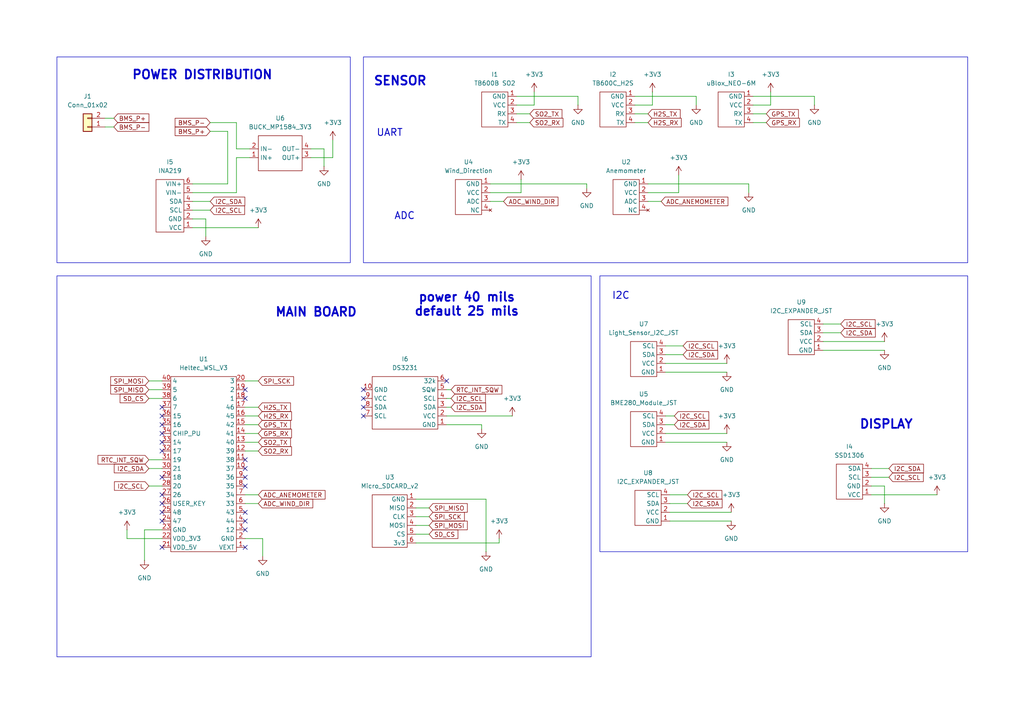
<source format=kicad_sch>
(kicad_sch
	(version 20250114)
	(generator "eeschema")
	(generator_version "9.0")
	(uuid "61c65dfc-9c14-4bda-bf30-7ad9ebf8630d")
	(paper "A4")
	(lib_symbols
		(symbol "Connector_Generic:Conn_01x02"
			(pin_names
				(offset 1.016)
				(hide yes)
			)
			(exclude_from_sim no)
			(in_bom yes)
			(on_board yes)
			(property "Reference" "J"
				(at 0 2.54 0)
				(effects
					(font
						(size 1.27 1.27)
					)
				)
			)
			(property "Value" "Conn_01x02"
				(at 0 -5.08 0)
				(effects
					(font
						(size 1.27 1.27)
					)
				)
			)
			(property "Footprint" ""
				(at 0 0 0)
				(effects
					(font
						(size 1.27 1.27)
					)
					(hide yes)
				)
			)
			(property "Datasheet" "~"
				(at 0 0 0)
				(effects
					(font
						(size 1.27 1.27)
					)
					(hide yes)
				)
			)
			(property "Description" "Generic connector, single row, 01x02, script generated (kicad-library-utils/schlib/autogen/connector/)"
				(at 0 0 0)
				(effects
					(font
						(size 1.27 1.27)
					)
					(hide yes)
				)
			)
			(property "ki_keywords" "connector"
				(at 0 0 0)
				(effects
					(font
						(size 1.27 1.27)
					)
					(hide yes)
				)
			)
			(property "ki_fp_filters" "Connector*:*_1x??_*"
				(at 0 0 0)
				(effects
					(font
						(size 1.27 1.27)
					)
					(hide yes)
				)
			)
			(symbol "Conn_01x02_1_1"
				(rectangle
					(start -1.27 1.27)
					(end 1.27 -3.81)
					(stroke
						(width 0.254)
						(type default)
					)
					(fill
						(type background)
					)
				)
				(rectangle
					(start -1.27 0.127)
					(end 0 -0.127)
					(stroke
						(width 0.1524)
						(type default)
					)
					(fill
						(type none)
					)
				)
				(rectangle
					(start -1.27 -2.413)
					(end 0 -2.667)
					(stroke
						(width 0.1524)
						(type default)
					)
					(fill
						(type none)
					)
				)
				(pin passive line
					(at -5.08 0 0)
					(length 3.81)
					(name "Pin_1"
						(effects
							(font
								(size 1.27 1.27)
							)
						)
					)
					(number "1"
						(effects
							(font
								(size 1.27 1.27)
							)
						)
					)
				)
				(pin passive line
					(at -5.08 -2.54 0)
					(length 3.81)
					(name "Pin_2"
						(effects
							(font
								(size 1.27 1.27)
							)
						)
					)
					(number "2"
						(effects
							(font
								(size 1.27 1.27)
							)
						)
					)
				)
			)
			(embedded_fonts no)
		)
		(symbol "Custom Board:Anemometer"
			(exclude_from_sim no)
			(in_bom yes)
			(on_board yes)
			(property "Reference" "U2"
				(at 0 10.16 0)
				(effects
					(font
						(size 1.27 1.27)
					)
				)
			)
			(property "Value" "Anemometer"
				(at 0 7.62 0)
				(effects
					(font
						(size 1.27 1.27)
					)
				)
			)
			(property "Footprint" "Custom Board:STASRG_Anemometer"
				(at 0 14.224 0)
				(effects
					(font
						(size 1.27 1.27)
					)
					(hide yes)
				)
			)
			(property "Datasheet" ""
				(at 0 0 0)
				(effects
					(font
						(size 1.27 1.27)
					)
					(hide yes)
				)
			)
			(property "Description" "Anemometer Wind Speed"
				(at 0 12.446 0)
				(effects
					(font
						(size 1.27 1.27)
					)
					(hide yes)
				)
			)
			(symbol "Anemometer_0_1"
				(rectangle
					(start -3.81 5.08)
					(end 3.81 -5.08)
					(stroke
						(width 0)
						(type default)
					)
					(fill
						(type none)
					)
				)
			)
			(symbol "Anemometer_1_1"
				(pin passive line
					(at 6.35 3.81 180)
					(length 2.54)
					(name "GND"
						(effects
							(font
								(size 1.27 1.27)
							)
						)
					)
					(number "1"
						(effects
							(font
								(size 1.27 1.27)
							)
						)
					)
				)
				(pin power_in line
					(at 6.35 1.27 180)
					(length 2.54)
					(name "VCC"
						(effects
							(font
								(size 1.27 1.27)
							)
						)
					)
					(number "2"
						(effects
							(font
								(size 1.27 1.27)
							)
						)
					)
				)
				(pin bidirectional line
					(at 6.35 -1.27 180)
					(length 2.54)
					(name "ADC"
						(effects
							(font
								(size 1.27 1.27)
							)
						)
					)
					(number "3"
						(effects
							(font
								(size 1.27 1.27)
							)
						)
					)
				)
				(pin no_connect line
					(at 6.35 -3.81 180)
					(length 2.54)
					(name "NC"
						(effects
							(font
								(size 1.27 1.27)
							)
						)
					)
					(number "4"
						(effects
							(font
								(size 1.27 1.27)
							)
						)
					)
				)
			)
			(embedded_fonts no)
		)
		(symbol "Custom Board:BME280_Module_JST"
			(exclude_from_sim no)
			(in_bom yes)
			(on_board yes)
			(property "Reference" "U"
				(at 0 10.16 0)
				(effects
					(font
						(size 1.27 1.27)
					)
				)
			)
			(property "Value" "BME280_Module_JST"
				(at 0 7.62 0)
				(effects
					(font
						(size 1.27 1.27)
					)
				)
			)
			(property "Footprint" "Connector_JST:JST_XH_B4B-XH-A_1x04_P2.50mm_Vertical"
				(at -0.254 14.224 0)
				(effects
					(font
						(size 1.27 1.27)
					)
					(hide yes)
				)
			)
			(property "Datasheet" ""
				(at 0 0 0)
				(effects
					(font
						(size 1.27 1.27)
					)
					(hide yes)
				)
			)
			(property "Description" ""
				(at 0 0 0)
				(effects
					(font
						(size 1.27 1.27)
					)
					(hide yes)
				)
			)
			(symbol "BME280_Module_JST_0_1"
				(rectangle
					(start -3.81 5.08)
					(end 3.81 -5.08)
					(stroke
						(width 0)
						(type default)
					)
					(fill
						(type none)
					)
				)
			)
			(symbol "BME280_Module_JST_1_1"
				(pin bidirectional line
					(at 6.35 3.81 180)
					(length 2.54)
					(name "SCL"
						(effects
							(font
								(size 1.27 1.27)
							)
						)
					)
					(number "4"
						(effects
							(font
								(size 1.27 1.27)
							)
						)
					)
				)
				(pin bidirectional line
					(at 6.35 1.27 180)
					(length 2.54)
					(name "SDA"
						(effects
							(font
								(size 1.27 1.27)
							)
						)
					)
					(number "3"
						(effects
							(font
								(size 1.27 1.27)
							)
						)
					)
				)
				(pin power_in line
					(at 6.35 -1.27 180)
					(length 2.54)
					(name "VCC"
						(effects
							(font
								(size 1.27 1.27)
							)
						)
					)
					(number "2"
						(effects
							(font
								(size 1.27 1.27)
							)
						)
					)
				)
				(pin passive line
					(at 6.35 -3.81 180)
					(length 2.54)
					(name "GND"
						(effects
							(font
								(size 1.27 1.27)
							)
						)
					)
					(number "1"
						(effects
							(font
								(size 1.27 1.27)
							)
						)
					)
				)
			)
			(embedded_fonts no)
		)
		(symbol "Custom Board:Buck_MP1584_3V3_Module"
			(exclude_from_sim no)
			(in_bom yes)
			(on_board yes)
			(property "Reference" "U"
				(at 0 5.08 0)
				(effects
					(font
						(size 1.27 1.27)
					)
				)
			)
			(property "Value" "BUCK_MP1584_3V3"
				(at 0 2.54 0)
				(effects
					(font
						(size 1.27 1.27)
					)
				)
			)
			(property "Footprint" "Custom Board:BUCK_MP1584_3V3_Module"
				(at 0 7.62 0)
				(effects
					(font
						(size 1.27 1.27)
					)
					(hide yes)
				)
			)
			(property "Datasheet" ""
				(at 0 0 0)
				(effects
					(font
						(size 1.27 1.27)
					)
					(hide yes)
				)
			)
			(property "Description" ""
				(at 0 0 0)
				(effects
					(font
						(size 1.27 1.27)
					)
					(hide yes)
				)
			)
			(symbol "Buck_MP1584_3V3_Module_0_1"
				(rectangle
					(start -6.35 0)
					(end 6.35 -10.16)
					(stroke
						(width 0)
						(type default)
					)
					(fill
						(type none)
					)
				)
			)
			(symbol "Buck_MP1584_3V3_Module_1_1"
				(pin bidirectional line
					(at -8.89 -3.81 0)
					(length 2.54)
					(name "IN-"
						(effects
							(font
								(size 1.27 1.27)
							)
						)
					)
					(number "2"
						(effects
							(font
								(size 1.27 1.27)
							)
						)
					)
				)
				(pin bidirectional line
					(at -8.89 -6.35 0)
					(length 2.54)
					(name "IN+"
						(effects
							(font
								(size 1.27 1.27)
							)
						)
					)
					(number "1"
						(effects
							(font
								(size 1.27 1.27)
							)
						)
					)
				)
				(pin bidirectional line
					(at 8.89 -3.81 180)
					(length 2.54)
					(name "OUT-"
						(effects
							(font
								(size 1.27 1.27)
							)
						)
					)
					(number "4"
						(effects
							(font
								(size 1.27 1.27)
							)
						)
					)
				)
				(pin bidirectional line
					(at 8.89 -6.35 180)
					(length 2.54)
					(name "OUT+"
						(effects
							(font
								(size 1.27 1.27)
							)
						)
					)
					(number "3"
						(effects
							(font
								(size 1.27 1.27)
							)
						)
					)
				)
			)
			(embedded_fonts no)
		)
		(symbol "Custom Board:GPS"
			(exclude_from_sim no)
			(in_bom yes)
			(on_board yes)
			(property "Reference" "I5"
				(at 0 10.16 0)
				(effects
					(font
						(size 1.27 1.27)
					)
				)
			)
			(property "Value" "uBlox_NEO-6M"
				(at 0 7.62 0)
				(effects
					(font
						(size 1.27 1.27)
					)
				)
			)
			(property "Footprint" "Custom Board:uBlox_NEO-6M"
				(at 0 16.002 0)
				(effects
					(font
						(size 1.27 1.27)
					)
					(hide yes)
				)
			)
			(property "Datasheet" ""
				(at 0 0 0)
				(effects
					(font
						(size 1.27 1.27)
					)
					(hide yes)
				)
			)
			(property "Description" "GPS MODULE"
				(at 0 13.97 0)
				(effects
					(font
						(size 1.27 1.27)
					)
					(hide yes)
				)
			)
			(symbol "GPS_0_1"
				(rectangle
					(start -3.8099 5.08)
					(end 3.81 -5.08)
					(stroke
						(width 0)
						(type default)
					)
					(fill
						(type none)
					)
				)
			)
			(symbol "GPS_1_1"
				(pin passive line
					(at 6.35 3.81 180)
					(length 2.54)
					(name "GND"
						(effects
							(font
								(size 1.27 1.27)
							)
						)
					)
					(number "1"
						(effects
							(font
								(size 1.27 1.27)
							)
						)
					)
				)
				(pin power_in line
					(at 6.35 1.27 180)
					(length 2.54)
					(name "VCC"
						(effects
							(font
								(size 1.27 1.27)
							)
						)
					)
					(number "2"
						(effects
							(font
								(size 1.27 1.27)
							)
						)
					)
				)
				(pin bidirectional line
					(at 6.35 -1.27 180)
					(length 2.54)
					(name "RX"
						(effects
							(font
								(size 1.27 1.27)
							)
						)
					)
					(number "3"
						(effects
							(font
								(size 1.27 1.27)
							)
						)
					)
				)
				(pin bidirectional line
					(at 6.35 -3.81 180)
					(length 2.54)
					(name "TX"
						(effects
							(font
								(size 1.27 1.27)
							)
						)
					)
					(number "4"
						(effects
							(font
								(size 1.27 1.27)
							)
						)
					)
				)
			)
			(embedded_fonts no)
		)
		(symbol "Custom Board:I2C_EXPANDER_JST"
			(exclude_from_sim no)
			(in_bom yes)
			(on_board yes)
			(property "Reference" "U"
				(at 0 10.16 0)
				(effects
					(font
						(size 1.27 1.27)
					)
				)
			)
			(property "Value" "I2C_EXPANDER_JST"
				(at 0 7.62 0)
				(effects
					(font
						(size 1.27 1.27)
					)
				)
			)
			(property "Footprint" "Connector_JST:JST_XH_B4B-XH-A_1x04_P2.50mm_Vertical"
				(at 0.254 14.224 0)
				(effects
					(font
						(size 1.27 1.27)
					)
					(hide yes)
				)
			)
			(property "Datasheet" ""
				(at 0 0 0)
				(effects
					(font
						(size 1.27 1.27)
					)
					(hide yes)
				)
			)
			(property "Description" ""
				(at 0 0 0)
				(effects
					(font
						(size 1.27 1.27)
					)
					(hide yes)
				)
			)
			(symbol "I2C_EXPANDER_JST_0_1"
				(rectangle
					(start -3.81 5.08)
					(end 3.81 -5.08)
					(stroke
						(width 0)
						(type default)
					)
					(fill
						(type none)
					)
				)
			)
			(symbol "I2C_EXPANDER_JST_1_1"
				(pin bidirectional line
					(at 6.35 3.81 180)
					(length 2.54)
					(name "SCL"
						(effects
							(font
								(size 1.27 1.27)
							)
						)
					)
					(number "4"
						(effects
							(font
								(size 1.27 1.27)
							)
						)
					)
				)
				(pin bidirectional line
					(at 6.35 1.27 180)
					(length 2.54)
					(name "SDA"
						(effects
							(font
								(size 1.27 1.27)
							)
						)
					)
					(number "3"
						(effects
							(font
								(size 1.27 1.27)
							)
						)
					)
				)
				(pin power_in line
					(at 6.35 -1.27 180)
					(length 2.54)
					(name "VCC"
						(effects
							(font
								(size 1.27 1.27)
							)
						)
					)
					(number "2"
						(effects
							(font
								(size 1.27 1.27)
							)
						)
					)
				)
				(pin passive line
					(at 6.35 -3.81 180)
					(length 2.54)
					(name "GND"
						(effects
							(font
								(size 1.27 1.27)
							)
						)
					)
					(number "1"
						(effects
							(font
								(size 1.27 1.27)
							)
						)
					)
				)
			)
			(embedded_fonts no)
		)
		(symbol "Custom Board:INA219"
			(exclude_from_sim no)
			(in_bom yes)
			(on_board yes)
			(property "Reference" "I1"
				(at -0.2345 7.62 0)
				(effects
					(font
						(size 1.27 1.27)
					)
				)
			)
			(property "Value" "INA219"
				(at -0.2345 5.08 0)
				(effects
					(font
						(size 1.27 1.27)
					)
				)
			)
			(property "Footprint" "Custom Board:INA219"
				(at 0.254 10.414 0)
				(effects
					(font
						(size 1.27 1.27)
					)
					(hide yes)
				)
			)
			(property "Datasheet" ""
				(at 0 0 0)
				(effects
					(font
						(size 1.27 1.27)
					)
					(hide yes)
				)
			)
			(property "Description" "Sensor INA219 I2C"
				(at 0 12.446 0)
				(effects
					(font
						(size 1.27 1.27)
					)
					(hide yes)
				)
			)
			(symbol "INA219_0_1"
				(rectangle
					(start -4.2789 -12.7)
					(end 3.81 2.54)
					(stroke
						(width 0)
						(type default)
					)
					(fill
						(type none)
					)
				)
			)
			(symbol "INA219_1_1"
				(pin bidirectional line
					(at 6.35 1.27 180)
					(length 2.54)
					(name "VIN+"
						(effects
							(font
								(size 1.27 1.27)
							)
						)
					)
					(number "6"
						(effects
							(font
								(size 1.27 1.27)
							)
						)
					)
				)
				(pin bidirectional line
					(at 6.35 -1.27 180)
					(length 2.54)
					(name "VIN-"
						(effects
							(font
								(size 1.27 1.27)
							)
						)
					)
					(number "5"
						(effects
							(font
								(size 1.27 1.27)
							)
						)
					)
				)
				(pin bidirectional line
					(at 6.35 -3.81 180)
					(length 2.54)
					(name "SDA"
						(effects
							(font
								(size 1.27 1.27)
							)
						)
					)
					(number "4"
						(effects
							(font
								(size 1.27 1.27)
							)
						)
					)
				)
				(pin bidirectional line
					(at 6.35 -6.35 180)
					(length 2.54)
					(name "SCL"
						(effects
							(font
								(size 1.27 1.27)
							)
						)
					)
					(number "3"
						(effects
							(font
								(size 1.27 1.27)
							)
						)
					)
				)
				(pin passive line
					(at 6.35 -8.89 180)
					(length 2.54)
					(name "GND"
						(effects
							(font
								(size 1.27 1.27)
							)
						)
					)
					(number "2"
						(effects
							(font
								(size 1.27 1.27)
							)
						)
					)
				)
				(pin power_in line
					(at 6.35 -11.43 180)
					(length 2.54)
					(name "VCC"
						(effects
							(font
								(size 1.27 1.27)
							)
						)
					)
					(number "1"
						(effects
							(font
								(size 1.27 1.27)
							)
						)
					)
				)
			)
			(embedded_fonts no)
		)
		(symbol "Custom Board:Light_Sensor_I2C_JST"
			(exclude_from_sim no)
			(in_bom yes)
			(on_board yes)
			(property "Reference" "U"
				(at 0 10.16 0)
				(effects
					(font
						(size 1.27 1.27)
					)
				)
			)
			(property "Value" "Light_Sensor_I2C_JST"
				(at 0 7.62 0)
				(effects
					(font
						(size 1.27 1.27)
					)
				)
			)
			(property "Footprint" "Connector_JST:JST_XH_B4B-XH-A_1x04_P2.50mm_Vertical"
				(at 0.254 14.224 0)
				(effects
					(font
						(size 1.27 1.27)
					)
					(hide yes)
				)
			)
			(property "Datasheet" ""
				(at 0 0 0)
				(effects
					(font
						(size 1.27 1.27)
					)
					(hide yes)
				)
			)
			(property "Description" ""
				(at 0 0 0)
				(effects
					(font
						(size 1.27 1.27)
					)
					(hide yes)
				)
			)
			(symbol "Light_Sensor_I2C_JST_0_1"
				(rectangle
					(start -3.81 5.08)
					(end 3.81 -5.08)
					(stroke
						(width 0)
						(type default)
					)
					(fill
						(type none)
					)
				)
			)
			(symbol "Light_Sensor_I2C_JST_1_1"
				(pin bidirectional line
					(at 6.35 3.81 180)
					(length 2.54)
					(name "SCL"
						(effects
							(font
								(size 1.27 1.27)
							)
						)
					)
					(number "4"
						(effects
							(font
								(size 1.27 1.27)
							)
						)
					)
				)
				(pin bidirectional line
					(at 6.35 1.27 180)
					(length 2.54)
					(name "SDA"
						(effects
							(font
								(size 1.27 1.27)
							)
						)
					)
					(number "3"
						(effects
							(font
								(size 1.27 1.27)
							)
						)
					)
				)
				(pin power_in line
					(at 6.35 -1.27 180)
					(length 2.54)
					(name "VCC"
						(effects
							(font
								(size 1.27 1.27)
							)
						)
					)
					(number "2"
						(effects
							(font
								(size 1.27 1.27)
							)
						)
					)
				)
				(pin passive line
					(at 6.35 -3.81 180)
					(length 2.54)
					(name "GND"
						(effects
							(font
								(size 1.27 1.27)
							)
						)
					)
					(number "1"
						(effects
							(font
								(size 1.27 1.27)
							)
						)
					)
				)
			)
			(embedded_fonts no)
		)
		(symbol "Custom Board:RTC_DS3231​"
			(exclude_from_sim no)
			(in_bom yes)
			(on_board yes)
			(property "Reference" "I6"
				(at 0 12.7 0)
				(effects
					(font
						(size 1.27 1.27)
					)
				)
			)
			(property "Value" "DS3231​"
				(at 0 10.16 0)
				(effects
					(font
						(size 1.27 1.27)
					)
				)
			)
			(property "Footprint" "Custom Board:DS3231"
				(at 0 16.002 0)
				(effects
					(font
						(size 1.27 1.27)
					)
					(hide yes)
				)
			)
			(property "Datasheet" ""
				(at 0 0 0)
				(effects
					(font
						(size 1.27 1.27)
					)
					(hide yes)
				)
			)
			(property "Description" "Real-time Clock DS3231​"
				(at 0 18.034 0)
				(effects
					(font
						(size 1.27 1.27)
					)
					(hide yes)
				)
			)
			(symbol "RTC_DS3231​_0_1"
				(rectangle
					(start -8.89 7.62)
					(end 10.16 -7.62)
					(stroke
						(width 0)
						(type default)
					)
					(fill
						(type none)
					)
				)
			)
			(symbol "RTC_DS3231​_1_1"
				(pin passive line
					(at -11.43 3.81 0)
					(length 2.54)
					(name "GND"
						(effects
							(font
								(size 1.27 1.27)
							)
						)
					)
					(number "10"
						(effects
							(font
								(size 1.27 1.27)
							)
						)
					)
				)
				(pin power_in line
					(at -11.43 1.27 0)
					(length 2.54)
					(name "VCC"
						(effects
							(font
								(size 1.27 1.27)
							)
						)
					)
					(number "9"
						(effects
							(font
								(size 1.27 1.27)
							)
						)
					)
				)
				(pin bidirectional line
					(at -11.43 -1.27 0)
					(length 2.54)
					(name "SDA"
						(effects
							(font
								(size 1.27 1.27)
							)
						)
					)
					(number "8"
						(effects
							(font
								(size 1.27 1.27)
							)
						)
					)
				)
				(pin bidirectional line
					(at -11.43 -3.81 0)
					(length 2.54)
					(name "SCL"
						(effects
							(font
								(size 1.27 1.27)
							)
						)
					)
					(number "7"
						(effects
							(font
								(size 1.27 1.27)
							)
						)
					)
				)
				(pin output line
					(at 12.7 6.35 180)
					(length 2.54)
					(name "32k"
						(effects
							(font
								(size 1.27 1.27)
							)
						)
					)
					(number "6"
						(effects
							(font
								(size 1.27 1.27)
							)
						)
					)
				)
				(pin output line
					(at 12.7 3.81 180)
					(length 2.54)
					(name "SQW"
						(effects
							(font
								(size 1.27 1.27)
							)
						)
					)
					(number "5"
						(effects
							(font
								(size 1.27 1.27)
							)
						)
					)
				)
				(pin bidirectional line
					(at 12.7 1.27 180)
					(length 2.54)
					(name "SCL"
						(effects
							(font
								(size 1.27 1.27)
							)
						)
					)
					(number "4"
						(effects
							(font
								(size 1.27 1.27)
							)
						)
					)
				)
				(pin bidirectional line
					(at 12.7 -1.27 180)
					(length 2.54)
					(name "SDA"
						(effects
							(font
								(size 1.27 1.27)
							)
						)
					)
					(number "3"
						(effects
							(font
								(size 1.27 1.27)
							)
						)
					)
				)
				(pin power_in line
					(at 12.7 -3.81 180)
					(length 2.54)
					(name "VCC"
						(effects
							(font
								(size 1.27 1.27)
							)
						)
					)
					(number "2"
						(effects
							(font
								(size 1.27 1.27)
							)
						)
					)
				)
				(pin passive line
					(at 12.7 -6.35 180)
					(length 2.54)
					(name "GND"
						(effects
							(font
								(size 1.27 1.27)
							)
						)
					)
					(number "1"
						(effects
							(font
								(size 1.27 1.27)
							)
						)
					)
				)
			)
			(embedded_fonts no)
		)
		(symbol "Custom Board:SPI SD Card_v2"
			(exclude_from_sim no)
			(in_bom yes)
			(on_board yes)
			(property "Reference" "U4"
				(at 0 11.43 0)
				(effects
					(font
						(size 1.27 1.27)
					)
				)
			)
			(property "Value" "Micro_SDCARD_v2"
				(at 0 8.89 0)
				(effects
					(font
						(size 1.27 1.27)
					)
				)
			)
			(property "Footprint" "Custom Board:Micro_SDCARD_v2"
				(at 0 12.192 0)
				(effects
					(font
						(size 1.27 1.27)
					)
					(hide yes)
				)
			)
			(property "Datasheet" ""
				(at 0 0 0)
				(effects
					(font
						(size 1.27 1.27)
					)
					(hide yes)
				)
			)
			(property "Description" "SPI SD Card Reader"
				(at -0.762 14.224 0)
				(effects
					(font
						(size 1.27 1.27)
					)
					(hide yes)
				)
			)
			(symbol "SPI SD Card_v2_0_1"
				(rectangle
					(start -5.08 6.35)
					(end 5.08 -8.89)
					(stroke
						(width 0)
						(type default)
					)
					(fill
						(type none)
					)
				)
			)
			(symbol "SPI SD Card_v2_1_1"
				(pin passive line
					(at 7.62 5.08 180)
					(length 2.54)
					(name "GND"
						(effects
							(font
								(size 1.27 1.27)
							)
						)
					)
					(number "1"
						(effects
							(font
								(size 1.27 1.27)
							)
						)
					)
				)
				(pin bidirectional line
					(at 7.62 2.54 180)
					(length 2.54)
					(name "MISO"
						(effects
							(font
								(size 1.27 1.27)
							)
						)
					)
					(number "2"
						(effects
							(font
								(size 1.27 1.27)
							)
						)
					)
				)
				(pin bidirectional line
					(at 7.62 0 180)
					(length 2.54)
					(name "CLK"
						(effects
							(font
								(size 1.27 1.27)
							)
						)
					)
					(number "3"
						(effects
							(font
								(size 1.27 1.27)
							)
						)
					)
				)
				(pin bidirectional line
					(at 7.62 -2.54 180)
					(length 2.54)
					(name "MOSI"
						(effects
							(font
								(size 1.27 1.27)
							)
						)
					)
					(number "4"
						(effects
							(font
								(size 1.27 1.27)
							)
						)
					)
				)
				(pin bidirectional line
					(at 7.62 -5.08 180)
					(length 2.54)
					(name "CS"
						(effects
							(font
								(size 1.27 1.27)
							)
						)
					)
					(number "5"
						(effects
							(font
								(size 1.27 1.27)
							)
						)
					)
				)
				(pin power_in line
					(at 7.62 -7.62 180)
					(length 2.54)
					(name "3v3"
						(effects
							(font
								(size 1.27 1.27)
							)
						)
					)
					(number "6"
						(effects
							(font
								(size 1.27 1.27)
							)
						)
					)
				)
			)
			(embedded_fonts no)
		)
		(symbol "Custom Board:SSD1306​"
			(exclude_from_sim no)
			(in_bom yes)
			(on_board yes)
			(property "Reference" "I4"
				(at -0.635 6.35 0)
				(effects
					(font
						(size 1.27 1.27)
					)
				)
			)
			(property "Value" "SSD1306​"
				(at -0.635 3.81 0)
				(effects
					(font
						(size 1.27 1.27)
					)
				)
			)
			(property "Footprint" "Custom Board:SSD1306_onBoard"
				(at -0.508 10.922 0)
				(effects
					(font
						(size 1.27 1.27)
					)
					(hide yes)
				)
			)
			(property "Datasheet" ""
				(at 0 0 0)
				(effects
					(font
						(size 1.27 1.27)
					)
					(hide yes)
				)
			)
			(property "Description" "DISPLAY SSD1306​ I2C"
				(at 0.254 8.89 0)
				(effects
					(font
						(size 1.27 1.27)
					)
					(hide yes)
				)
			)
			(symbol "SSD1306​_0_1"
				(rectangle
					(start -3.81 1.27)
					(end 3.81 -8.89)
					(stroke
						(width 0)
						(type default)
					)
					(fill
						(type none)
					)
				)
			)
			(symbol "SSD1306​_1_1"
				(pin bidirectional line
					(at 6.35 0 180)
					(length 2.54)
					(name "SDA"
						(effects
							(font
								(size 1.27 1.27)
							)
						)
					)
					(number "4"
						(effects
							(font
								(size 1.27 1.27)
							)
						)
					)
				)
				(pin bidirectional line
					(at 6.35 -2.54 180)
					(length 2.54)
					(name "SCL"
						(effects
							(font
								(size 1.27 1.27)
							)
						)
					)
					(number "3"
						(effects
							(font
								(size 1.27 1.27)
							)
						)
					)
				)
				(pin passive line
					(at 6.35 -5.08 180)
					(length 2.54)
					(name "GND"
						(effects
							(font
								(size 1.27 1.27)
							)
						)
					)
					(number "2"
						(effects
							(font
								(size 1.27 1.27)
							)
						)
					)
				)
				(pin power_in line
					(at 6.35 -7.62 180)
					(length 2.54)
					(name "VCC"
						(effects
							(font
								(size 1.27 1.27)
							)
						)
					)
					(number "1"
						(effects
							(font
								(size 1.27 1.27)
							)
						)
					)
				)
			)
			(embedded_fonts no)
		)
		(symbol "Custom Board:TB600B"
			(exclude_from_sim no)
			(in_bom yes)
			(on_board yes)
			(property "Reference" "I2"
				(at 0 10.16 0)
				(effects
					(font
						(size 1.27 1.27)
					)
				)
			)
			(property "Value" "TB600B SO2"
				(at 0 7.62 0)
				(effects
					(font
						(size 1.27 1.27)
					)
				)
			)
			(property "Footprint" "Custom Board:TB600B_SO2"
				(at 0 14.732 0)
				(effects
					(font
						(size 1.27 1.27)
					)
					(hide yes)
				)
			)
			(property "Datasheet" ""
				(at 0 0 0)
				(effects
					(font
						(size 1.27 1.27)
					)
					(hide yes)
				)
			)
			(property "Description" "TB600B Gas Sensor SO2"
				(at 0 12.954 0)
				(effects
					(font
						(size 1.27 1.27)
					)
					(hide yes)
				)
			)
			(symbol "TB600B_0_1"
				(rectangle
					(start -3.81 5.08)
					(end 3.81 -5.08)
					(stroke
						(width 0)
						(type default)
					)
					(fill
						(type none)
					)
				)
			)
			(symbol "TB600B_1_1"
				(pin passive line
					(at 6.35 3.81 180)
					(length 2.54)
					(name "GND"
						(effects
							(font
								(size 1.27 1.27)
							)
						)
					)
					(number "1"
						(effects
							(font
								(size 1.27 1.27)
							)
						)
					)
				)
				(pin power_in line
					(at 6.35 1.27 180)
					(length 2.54)
					(name "VCC"
						(effects
							(font
								(size 1.27 1.27)
							)
						)
					)
					(number "2"
						(effects
							(font
								(size 1.27 1.27)
							)
						)
					)
				)
				(pin bidirectional line
					(at 6.35 -1.27 180)
					(length 2.54)
					(name "RX"
						(effects
							(font
								(size 1.27 1.27)
							)
						)
					)
					(number "3"
						(effects
							(font
								(size 1.27 1.27)
							)
						)
					)
				)
				(pin bidirectional line
					(at 6.35 -3.81 180)
					(length 2.54)
					(name "TX"
						(effects
							(font
								(size 1.27 1.27)
							)
						)
					)
					(number "4"
						(effects
							(font
								(size 1.27 1.27)
							)
						)
					)
				)
			)
			(embedded_fonts no)
		)
		(symbol "Custom Board:TB600C"
			(exclude_from_sim no)
			(in_bom yes)
			(on_board yes)
			(property "Reference" "I3"
				(at -1.27 10.16 0)
				(effects
					(font
						(size 1.27 1.27)
					)
				)
			)
			(property "Value" "TB600C_H2S"
				(at -1.27 7.62 0)
				(effects
					(font
						(size 1.27 1.27)
					)
				)
			)
			(property "Footprint" "Custom Board:TB600C_H2S"
				(at 0 15.748 0)
				(effects
					(font
						(size 1.27 1.27)
					)
					(hide yes)
				)
			)
			(property "Datasheet" ""
				(at 0 0 0)
				(effects
					(font
						(size 1.27 1.27)
					)
					(hide yes)
				)
			)
			(property "Description" "TB600C Gas Sensor H2S + Temp + Hum"
				(at 0 13.462 0)
				(effects
					(font
						(size 1.27 1.27)
					)
					(hide yes)
				)
			)
			(symbol "TB600C_0_1"
				(rectangle
					(start -5.08 5.08)
					(end 2.54 -5.08)
					(stroke
						(width 0)
						(type default)
					)
					(fill
						(type none)
					)
				)
			)
			(symbol "TB600C_1_1"
				(pin passive line
					(at 5.08 3.81 180)
					(length 2.54)
					(name "GND"
						(effects
							(font
								(size 1.27 1.27)
							)
						)
					)
					(number "1"
						(effects
							(font
								(size 1.27 1.27)
							)
						)
					)
				)
				(pin power_in line
					(at 5.08 1.27 180)
					(length 2.54)
					(name "VCC"
						(effects
							(font
								(size 1.27 1.27)
							)
						)
					)
					(number "2"
						(effects
							(font
								(size 1.27 1.27)
							)
						)
					)
				)
				(pin bidirectional line
					(at 5.08 -1.27 180)
					(length 2.54)
					(name "RX"
						(effects
							(font
								(size 1.27 1.27)
							)
						)
					)
					(number "3"
						(effects
							(font
								(size 1.27 1.27)
							)
						)
					)
				)
				(pin bidirectional line
					(at 5.08 -3.81 180)
					(length 2.54)
					(name "TX"
						(effects
							(font
								(size 1.27 1.27)
							)
						)
					)
					(number "4"
						(effects
							(font
								(size 1.27 1.27)
							)
						)
					)
				)
			)
			(embedded_fonts no)
		)
		(symbol "Custom Board:WSL_V3"
			(exclude_from_sim no)
			(in_bom yes)
			(on_board yes)
			(property "Reference" "U5"
				(at -4.445 17.78 0)
				(effects
					(font
						(size 1.27 1.27)
					)
				)
			)
			(property "Value" "Heltec_WSL_V3"
				(at -4.445 15.24 0)
				(effects
					(font
						(size 1.27 1.27)
					)
				)
			)
			(property "Footprint" "Custom Board:Heltec_WSL_V3_v1"
				(at -4.572 20.828 0)
				(effects
					(font
						(size 1.27 1.27)
					)
					(hide yes)
				)
			)
			(property "Datasheet" ""
				(at 0 0 0)
				(effects
					(font
						(size 1.27 1.27)
					)
					(hide yes)
				)
			)
			(property "Description" "Heltec_WSL_V3"
				(at -4.826 23.876 0)
				(effects
					(font
						(size 1.27 1.27)
					)
					(hide yes)
				)
			)
			(symbol "WSL_V3_0_1"
				(rectangle
					(start -13.97 12.7)
					(end 5.08 -38.1)
					(stroke
						(width 0)
						(type default)
					)
					(fill
						(type none)
					)
				)
			)
			(symbol "WSL_V3_1_1"
				(pin bidirectional line
					(at -16.51 11.43 0)
					(length 2.54)
					(name "4"
						(effects
							(font
								(size 1.27 1.27)
							)
						)
					)
					(number "40"
						(effects
							(font
								(size 1.27 1.27)
							)
						)
					)
				)
				(pin bidirectional line
					(at -16.51 8.89 0)
					(length 2.54)
					(name "5"
						(effects
							(font
								(size 1.27 1.27)
							)
						)
					)
					(number "39"
						(effects
							(font
								(size 1.27 1.27)
							)
						)
					)
				)
				(pin bidirectional line
					(at -16.51 6.35 0)
					(length 2.54)
					(name "6"
						(effects
							(font
								(size 1.27 1.27)
							)
						)
					)
					(number "38"
						(effects
							(font
								(size 1.27 1.27)
							)
						)
					)
				)
				(pin bidirectional line
					(at -16.51 3.81 0)
					(length 2.54)
					(name "7"
						(effects
							(font
								(size 1.27 1.27)
							)
						)
					)
					(number "37"
						(effects
							(font
								(size 1.27 1.27)
							)
						)
					)
				)
				(pin bidirectional line
					(at -16.51 1.27 0)
					(length 2.54)
					(name "15"
						(effects
							(font
								(size 1.27 1.27)
							)
						)
					)
					(number "36"
						(effects
							(font
								(size 1.27 1.27)
							)
						)
					)
				)
				(pin bidirectional line
					(at -16.51 -1.27 0)
					(length 2.54)
					(name "16"
						(effects
							(font
								(size 1.27 1.27)
							)
						)
					)
					(number "35"
						(effects
							(font
								(size 1.27 1.27)
							)
						)
					)
				)
				(pin input line
					(at -16.51 -3.81 0)
					(length 2.54)
					(name "CHIP_PU"
						(effects
							(font
								(size 1.27 1.27)
							)
						)
					)
					(number "34"
						(effects
							(font
								(size 1.27 1.27)
							)
						)
					)
				)
				(pin bidirectional line
					(at -16.51 -6.35 0)
					(length 2.54)
					(name "14"
						(effects
							(font
								(size 1.27 1.27)
							)
						)
					)
					(number "33"
						(effects
							(font
								(size 1.27 1.27)
							)
						)
					)
				)
				(pin bidirectional line
					(at -16.51 -8.89 0)
					(length 2.54)
					(name "17"
						(effects
							(font
								(size 1.27 1.27)
							)
						)
					)
					(number "32"
						(effects
							(font
								(size 1.27 1.27)
							)
						)
					)
				)
				(pin bidirectional line
					(at -16.51 -11.43 0)
					(length 2.54)
					(name "19"
						(effects
							(font
								(size 1.27 1.27)
							)
						)
					)
					(number "31"
						(effects
							(font
								(size 1.27 1.27)
							)
						)
					)
				)
				(pin bidirectional line
					(at -16.51 -13.97 0)
					(length 2.54)
					(name "21"
						(effects
							(font
								(size 1.27 1.27)
							)
						)
					)
					(number "30"
						(effects
							(font
								(size 1.27 1.27)
							)
						)
					)
				)
				(pin bidirectional line
					(at -16.51 -16.51 0)
					(length 2.54)
					(name "18"
						(effects
							(font
								(size 1.27 1.27)
							)
						)
					)
					(number "29"
						(effects
							(font
								(size 1.27 1.27)
							)
						)
					)
				)
				(pin bidirectional line
					(at -16.51 -19.05 0)
					(length 2.54)
					(name "20"
						(effects
							(font
								(size 1.27 1.27)
							)
						)
					)
					(number "28"
						(effects
							(font
								(size 1.27 1.27)
							)
						)
					)
				)
				(pin bidirectional line
					(at -16.51 -21.59 0)
					(length 2.54)
					(name "26"
						(effects
							(font
								(size 1.27 1.27)
							)
						)
					)
					(number "27"
						(effects
							(font
								(size 1.27 1.27)
							)
						)
					)
				)
				(pin bidirectional line
					(at -16.51 -24.13 0)
					(length 2.54)
					(name "USER_KEY"
						(effects
							(font
								(size 1.27 1.27)
							)
						)
					)
					(number "26"
						(effects
							(font
								(size 1.27 1.27)
							)
						)
					)
				)
				(pin bidirectional line
					(at -16.51 -26.67 0)
					(length 2.54)
					(name "48"
						(effects
							(font
								(size 1.27 1.27)
							)
						)
					)
					(number "25"
						(effects
							(font
								(size 1.27 1.27)
							)
						)
					)
				)
				(pin bidirectional line
					(at -16.51 -29.21 0)
					(length 2.54)
					(name "47"
						(effects
							(font
								(size 1.27 1.27)
							)
						)
					)
					(number "24"
						(effects
							(font
								(size 1.27 1.27)
							)
						)
					)
				)
				(pin passive line
					(at -16.51 -31.75 0)
					(length 2.54)
					(name "GND"
						(effects
							(font
								(size 1.27 1.27)
							)
						)
					)
					(number "23"
						(effects
							(font
								(size 1.27 1.27)
							)
						)
					)
				)
				(pin power_in line
					(at -16.51 -34.29 0)
					(length 2.54)
					(name "VDD_3V3"
						(effects
							(font
								(size 1.27 1.27)
							)
						)
					)
					(number "22"
						(effects
							(font
								(size 1.27 1.27)
							)
						)
					)
				)
				(pin power_in line
					(at -16.51 -36.83 0)
					(length 2.54)
					(name "VDD_5V"
						(effects
							(font
								(size 1.27 1.27)
							)
						)
					)
					(number "21"
						(effects
							(font
								(size 1.27 1.27)
							)
						)
					)
				)
				(pin bidirectional line
					(at 7.62 11.43 180)
					(length 2.54)
					(name "3"
						(effects
							(font
								(size 1.27 1.27)
							)
						)
					)
					(number "20"
						(effects
							(font
								(size 1.27 1.27)
							)
						)
					)
				)
				(pin bidirectional line
					(at 7.62 8.89 180)
					(length 2.54)
					(name "2"
						(effects
							(font
								(size 1.27 1.27)
							)
						)
					)
					(number "19"
						(effects
							(font
								(size 1.27 1.27)
							)
						)
					)
				)
				(pin bidirectional line
					(at 7.62 6.35 180)
					(length 2.54)
					(name "1"
						(effects
							(font
								(size 1.27 1.27)
							)
						)
					)
					(number "18"
						(effects
							(font
								(size 1.27 1.27)
							)
						)
					)
				)
				(pin bidirectional line
					(at 7.62 3.81 180)
					(length 2.54)
					(name "46"
						(effects
							(font
								(size 1.27 1.27)
							)
						)
					)
					(number "17"
						(effects
							(font
								(size 1.27 1.27)
							)
						)
					)
				)
				(pin bidirectional line
					(at 7.62 1.27 180)
					(length 2.54)
					(name "45"
						(effects
							(font
								(size 1.27 1.27)
							)
						)
					)
					(number "16"
						(effects
							(font
								(size 1.27 1.27)
							)
						)
					)
				)
				(pin bidirectional line
					(at 7.62 -1.27 180)
					(length 2.54)
					(name "42"
						(effects
							(font
								(size 1.27 1.27)
							)
						)
					)
					(number "15"
						(effects
							(font
								(size 1.27 1.27)
							)
						)
					)
				)
				(pin bidirectional line
					(at 7.62 -3.81 180)
					(length 2.54)
					(name "41"
						(effects
							(font
								(size 1.27 1.27)
							)
						)
					)
					(number "14"
						(effects
							(font
								(size 1.27 1.27)
							)
						)
					)
				)
				(pin bidirectional line
					(at 7.62 -6.35 180)
					(length 2.54)
					(name "40"
						(effects
							(font
								(size 1.27 1.27)
							)
						)
					)
					(number "13"
						(effects
							(font
								(size 1.27 1.27)
							)
						)
					)
				)
				(pin bidirectional line
					(at 7.62 -8.89 180)
					(length 2.54)
					(name "39"
						(effects
							(font
								(size 1.27 1.27)
							)
						)
					)
					(number "12"
						(effects
							(font
								(size 1.27 1.27)
							)
						)
					)
				)
				(pin bidirectional line
					(at 7.62 -11.43 180)
					(length 2.54)
					(name "38"
						(effects
							(font
								(size 1.27 1.27)
							)
						)
					)
					(number "11"
						(effects
							(font
								(size 1.27 1.27)
							)
						)
					)
				)
				(pin bidirectional line
					(at 7.62 -13.97 180)
					(length 2.54)
					(name "37"
						(effects
							(font
								(size 1.27 1.27)
							)
						)
					)
					(number "10"
						(effects
							(font
								(size 1.27 1.27)
							)
						)
					)
				)
				(pin bidirectional line
					(at 7.62 -16.51 180)
					(length 2.54)
					(name "36"
						(effects
							(font
								(size 1.27 1.27)
							)
						)
					)
					(number "9"
						(effects
							(font
								(size 1.27 1.27)
							)
						)
					)
				)
				(pin bidirectional line
					(at 7.62 -19.05 180)
					(length 2.54)
					(name "35"
						(effects
							(font
								(size 1.27 1.27)
							)
						)
					)
					(number "8"
						(effects
							(font
								(size 1.27 1.27)
							)
						)
					)
				)
				(pin bidirectional line
					(at 7.62 -21.59 180)
					(length 2.54)
					(name "34"
						(effects
							(font
								(size 1.27 1.27)
							)
						)
					)
					(number "7"
						(effects
							(font
								(size 1.27 1.27)
							)
						)
					)
				)
				(pin bidirectional line
					(at 7.62 -24.13 180)
					(length 2.54)
					(name "33"
						(effects
							(font
								(size 1.27 1.27)
							)
						)
					)
					(number "6"
						(effects
							(font
								(size 1.27 1.27)
							)
						)
					)
				)
				(pin bidirectional line
					(at 7.62 -26.67 180)
					(length 2.54)
					(name "43"
						(effects
							(font
								(size 1.27 1.27)
							)
						)
					)
					(number "5"
						(effects
							(font
								(size 1.27 1.27)
							)
						)
					)
				)
				(pin bidirectional line
					(at 7.62 -29.21 180)
					(length 2.54)
					(name "44"
						(effects
							(font
								(size 1.27 1.27)
							)
						)
					)
					(number "4"
						(effects
							(font
								(size 1.27 1.27)
							)
						)
					)
				)
				(pin bidirectional line
					(at 7.62 -31.75 180)
					(length 2.54)
					(name "12"
						(effects
							(font
								(size 1.27 1.27)
							)
						)
					)
					(number "3"
						(effects
							(font
								(size 1.27 1.27)
							)
						)
					)
				)
				(pin passive line
					(at 7.62 -34.29 180)
					(length 2.54)
					(name "GND"
						(effects
							(font
								(size 1.27 1.27)
							)
						)
					)
					(number "2"
						(effects
							(font
								(size 1.27 1.27)
							)
						)
					)
				)
				(pin power_out line
					(at 7.62 -36.83 180)
					(length 2.54)
					(name "VEXT"
						(effects
							(font
								(size 1.27 1.27)
							)
						)
					)
					(number "1"
						(effects
							(font
								(size 1.27 1.27)
							)
						)
					)
				)
			)
			(embedded_fonts no)
		)
		(symbol "Custom Board:Wind Direction"
			(exclude_from_sim no)
			(in_bom yes)
			(on_board yes)
			(property "Reference" "U3"
				(at 0 10.16 0)
				(effects
					(font
						(size 1.27 1.27)
					)
				)
			)
			(property "Value" "Wind_Direction"
				(at 0 7.62 0)
				(effects
					(font
						(size 1.27 1.27)
					)
				)
			)
			(property "Footprint" "Custom Board:STASRG_Wind_Dir"
				(at 0.254 16.002 0)
				(effects
					(font
						(size 1.27 1.27)
					)
					(hide yes)
				)
			)
			(property "Datasheet" ""
				(at 0 0 0)
				(effects
					(font
						(size 1.27 1.27)
					)
					(hide yes)
				)
			)
			(property "Description" "ADC Wind Direction Sensor"
				(at 0.254 13.97 0)
				(show_name)
				(effects
					(font
						(size 1.27 1.27)
					)
					(hide yes)
				)
			)
			(symbol "Wind Direction_0_1"
				(rectangle
					(start -3.81 5.08)
					(end 3.81 -5.08)
					(stroke
						(width 0)
						(type default)
					)
					(fill
						(type none)
					)
				)
			)
			(symbol "Wind Direction_1_1"
				(pin passive line
					(at 6.35 3.81 180)
					(length 2.54)
					(name "GND"
						(effects
							(font
								(size 1.27 1.27)
							)
						)
					)
					(number "1"
						(effects
							(font
								(size 1.27 1.27)
							)
						)
					)
				)
				(pin power_in line
					(at 6.35 1.27 180)
					(length 2.54)
					(name "VCC"
						(effects
							(font
								(size 1.27 1.27)
							)
						)
					)
					(number "2"
						(effects
							(font
								(size 1.27 1.27)
							)
						)
					)
				)
				(pin bidirectional line
					(at 6.35 -1.27 180)
					(length 2.54)
					(name "ADC"
						(effects
							(font
								(size 1.27 1.27)
							)
						)
					)
					(number "3"
						(effects
							(font
								(size 1.27 1.27)
							)
						)
					)
				)
				(pin no_connect line
					(at 6.35 -3.81 180)
					(length 2.54)
					(name "NC"
						(effects
							(font
								(size 1.27 1.27)
							)
						)
					)
					(number "4"
						(effects
							(font
								(size 1.27 1.27)
							)
						)
					)
				)
			)
			(embedded_fonts no)
		)
		(symbol "power:+3V3"
			(power)
			(pin_numbers
				(hide yes)
			)
			(pin_names
				(offset 0)
				(hide yes)
			)
			(exclude_from_sim no)
			(in_bom yes)
			(on_board yes)
			(property "Reference" "#PWR"
				(at 0 -3.81 0)
				(effects
					(font
						(size 1.27 1.27)
					)
					(hide yes)
				)
			)
			(property "Value" "+3V3"
				(at 0 3.556 0)
				(effects
					(font
						(size 1.27 1.27)
					)
				)
			)
			(property "Footprint" ""
				(at 0 0 0)
				(effects
					(font
						(size 1.27 1.27)
					)
					(hide yes)
				)
			)
			(property "Datasheet" ""
				(at 0 0 0)
				(effects
					(font
						(size 1.27 1.27)
					)
					(hide yes)
				)
			)
			(property "Description" "Power symbol creates a global label with name \"+3V3\""
				(at 0 0 0)
				(effects
					(font
						(size 1.27 1.27)
					)
					(hide yes)
				)
			)
			(property "ki_keywords" "global power"
				(at 0 0 0)
				(effects
					(font
						(size 1.27 1.27)
					)
					(hide yes)
				)
			)
			(symbol "+3V3_0_1"
				(polyline
					(pts
						(xy -0.762 1.27) (xy 0 2.54)
					)
					(stroke
						(width 0)
						(type default)
					)
					(fill
						(type none)
					)
				)
				(polyline
					(pts
						(xy 0 2.54) (xy 0.762 1.27)
					)
					(stroke
						(width 0)
						(type default)
					)
					(fill
						(type none)
					)
				)
				(polyline
					(pts
						(xy 0 0) (xy 0 2.54)
					)
					(stroke
						(width 0)
						(type default)
					)
					(fill
						(type none)
					)
				)
			)
			(symbol "+3V3_1_1"
				(pin power_in line
					(at 0 0 90)
					(length 0)
					(name "~"
						(effects
							(font
								(size 1.27 1.27)
							)
						)
					)
					(number "1"
						(effects
							(font
								(size 1.27 1.27)
							)
						)
					)
				)
			)
			(embedded_fonts no)
		)
		(symbol "power:GND"
			(power)
			(pin_numbers
				(hide yes)
			)
			(pin_names
				(offset 0)
				(hide yes)
			)
			(exclude_from_sim no)
			(in_bom yes)
			(on_board yes)
			(property "Reference" "#PWR"
				(at 0 -6.35 0)
				(effects
					(font
						(size 1.27 1.27)
					)
					(hide yes)
				)
			)
			(property "Value" "GND"
				(at 0 -3.81 0)
				(effects
					(font
						(size 1.27 1.27)
					)
				)
			)
			(property "Footprint" ""
				(at 0 0 0)
				(effects
					(font
						(size 1.27 1.27)
					)
					(hide yes)
				)
			)
			(property "Datasheet" ""
				(at 0 0 0)
				(effects
					(font
						(size 1.27 1.27)
					)
					(hide yes)
				)
			)
			(property "Description" "Power symbol creates a global label with name \"GND\" , ground"
				(at 0 0 0)
				(effects
					(font
						(size 1.27 1.27)
					)
					(hide yes)
				)
			)
			(property "ki_keywords" "global power"
				(at 0 0 0)
				(effects
					(font
						(size 1.27 1.27)
					)
					(hide yes)
				)
			)
			(symbol "GND_0_1"
				(polyline
					(pts
						(xy 0 0) (xy 0 -1.27) (xy 1.27 -1.27) (xy 0 -2.54) (xy -1.27 -1.27) (xy 0 -1.27)
					)
					(stroke
						(width 0)
						(type default)
					)
					(fill
						(type none)
					)
				)
			)
			(symbol "GND_1_1"
				(pin power_in line
					(at 0 0 270)
					(length 0)
					(name "~"
						(effects
							(font
								(size 1.27 1.27)
							)
						)
					)
					(number "1"
						(effects
							(font
								(size 1.27 1.27)
							)
						)
					)
				)
			)
			(embedded_fonts no)
		)
	)
	(rectangle
		(start 16.51 80.01)
		(end 171.45 190.5)
		(stroke
			(width 0)
			(type default)
		)
		(fill
			(type none)
		)
		(uuid 24938e42-dc04-4fff-b351-83ed2b246c53)
	)
	(rectangle
		(start 173.99 80.01)
		(end 280.67 160.02)
		(stroke
			(width 0)
			(type default)
		)
		(fill
			(type none)
		)
		(uuid 5f8eb3f3-53f9-4986-9cf0-f93b90ea03ec)
	)
	(rectangle
		(start 16.51 16.51)
		(end 101.6 76.2)
		(stroke
			(width 0)
			(type default)
		)
		(fill
			(type none)
		)
		(uuid be48b8fb-22f0-4a8c-9d55-fe7d0e754a8e)
	)
	(rectangle
		(start 105.41 16.51)
		(end 280.67 76.2)
		(stroke
			(width 0)
			(type default)
		)
		(fill
			(type none)
		)
		(uuid f7c78a16-23b1-4cce-934c-01ca17d2a3a1)
	)
	(text "DISPLAY"
		(exclude_from_sim no)
		(at 257.048 123.19 0)
		(effects
			(font
				(size 2.54 2.54)
				(thickness 0.508)
				(bold yes)
			)
		)
		(uuid "1d285bbb-faac-4f85-91de-50bf8ccf7522")
	)
	(text "UART"
		(exclude_from_sim no)
		(at 113.03 38.608 0)
		(effects
			(font
				(size 2.032 2.032)
				(thickness 0.254)
			)
		)
		(uuid "6fcc536e-01b7-44f0-88d4-b7ccd5372d6c")
	)
	(text "I2C"
		(exclude_from_sim no)
		(at 180.086 85.852 0)
		(effects
			(font
				(size 2.032 2.032)
				(thickness 0.254)
			)
		)
		(uuid "97ad3f4d-419e-41e4-8665-ff095b259868")
	)
	(text "ADC"
		(exclude_from_sim no)
		(at 117.348 62.738 0)
		(effects
			(font
				(size 2.032 2.032)
				(thickness 0.254)
			)
		)
		(uuid "b999a50a-a439-4bf5-8066-cfd6155d3de8")
	)
	(text "POWER DISTRIBUTION"
		(exclude_from_sim no)
		(at 58.674 21.844 0)
		(effects
			(font
				(size 2.54 2.54)
				(thickness 0.508)
				(bold yes)
			)
		)
		(uuid "bab0d760-b3f2-4694-9563-d0def4719a61")
	)
	(text "power 40 mils\ndefault 25 mils"
		(exclude_from_sim no)
		(at 135.382 88.392 0)
		(effects
			(font
				(size 2.54 2.54)
				(thickness 0.508)
				(bold yes)
			)
		)
		(uuid "bc65cc6e-9a0d-4edb-8129-2fbbfb2ebc20")
	)
	(text "SENSOR"
		(exclude_from_sim no)
		(at 116.078 23.622 0)
		(effects
			(font
				(size 2.54 2.54)
				(thickness 0.508)
				(bold yes)
			)
		)
		(uuid "d406cc3b-b9ff-4edb-8d87-597f273dfab6")
	)
	(text "MAIN BOARD"
		(exclude_from_sim no)
		(at 91.694 90.678 0)
		(effects
			(font
				(size 2.54 2.54)
				(thickness 0.508)
				(bold yes)
			)
		)
		(uuid "ef9d875d-1cda-4b15-983e-cc1bf78cb7fe")
	)
	(no_connect
		(at 71.12 151.13)
		(uuid "0bca9cac-9996-4bcc-a642-0a2e02ff54db")
	)
	(no_connect
		(at 71.12 133.35)
		(uuid "0d82622e-3b75-4127-a6ff-e45ce8ef62f1")
	)
	(no_connect
		(at 46.99 158.75)
		(uuid "0eb867f0-bf11-4f52-9c04-0a87ce8abbe3")
	)
	(no_connect
		(at 46.99 151.13)
		(uuid "183e4e0f-d590-4060-8092-eccfd3530cd3")
	)
	(no_connect
		(at 46.99 130.81)
		(uuid "19fac14d-c940-4c3d-8a8d-acbe598a8e8f")
	)
	(no_connect
		(at 46.99 143.51)
		(uuid "28c28837-d90f-4ee4-90c0-321da5b65f19")
	)
	(no_connect
		(at 46.99 146.05)
		(uuid "2d1285d4-4e9e-47d2-8075-c18d0a264fae")
	)
	(no_connect
		(at 46.99 123.19)
		(uuid "618520fd-4bb5-4332-a526-c100c6bd053a")
	)
	(no_connect
		(at 71.12 113.03)
		(uuid "61cecf7b-dbe8-4e1d-8786-9aae79f67355")
	)
	(no_connect
		(at 71.12 153.67)
		(uuid "6555179f-26ee-4d2f-9450-b808f5c87fa6")
	)
	(no_connect
		(at 71.12 148.59)
		(uuid "6c80281d-72e9-4f18-863e-191557e54fed")
	)
	(no_connect
		(at 71.12 158.75)
		(uuid "75afb838-6c64-419c-8213-8d88760f4a17")
	)
	(no_connect
		(at 71.12 138.43)
		(uuid "852c5965-9f8e-48a1-819b-0646987e4a62")
	)
	(no_connect
		(at 129.54 110.49)
		(uuid "8e971def-530d-4f7c-b927-23286bac8ddb")
	)
	(no_connect
		(at 46.99 138.43)
		(uuid "9b814ac3-18b4-49d7-be5b-914020af6316")
	)
	(no_connect
		(at 71.12 115.57)
		(uuid "ad3c5a02-9308-485f-86e2-4d031845dc37")
	)
	(no_connect
		(at 71.12 135.89)
		(uuid "b1eeb82d-c9c4-4759-951f-7dfc18aeddf2")
	)
	(no_connect
		(at 46.99 118.11)
		(uuid "be419c9b-28db-41f3-9786-e101cdf099ef")
	)
	(no_connect
		(at 46.99 148.59)
		(uuid "c037fd21-d15d-4e5f-81de-4980faca6d8e")
	)
	(no_connect
		(at 46.99 128.27)
		(uuid "c48248fe-4bde-4cde-8a16-b024bd587079")
	)
	(no_connect
		(at 46.99 120.65)
		(uuid "d0c26539-e567-4a30-acaa-7bd7cec5de5c")
	)
	(no_connect
		(at 105.41 120.65)
		(uuid "dbdf949f-9d14-4a68-b5fe-9da34a2bd682")
	)
	(no_connect
		(at 105.41 115.57)
		(uuid "dbe9273f-dff7-4ed8-bea6-1f979b2a6595")
	)
	(no_connect
		(at 46.99 125.73)
		(uuid "e1ec7cec-bc4d-46dd-86bf-21bfa8fcb9f3")
	)
	(no_connect
		(at 71.12 140.97)
		(uuid "e4368702-d2b3-4225-b4d3-e1a37532b043")
	)
	(no_connect
		(at 105.41 118.11)
		(uuid "e58e94ae-b4a5-413b-804d-b33936722759")
	)
	(no_connect
		(at 105.41 113.03)
		(uuid "ffc361af-01b0-40a1-9e7f-edaaabaa90b3")
	)
	(wire
		(pts
			(xy 90.17 45.72) (xy 96.52 45.72)
		)
		(stroke
			(width 0)
			(type default)
		)
		(uuid "0763e3dd-2b3b-4e39-bb11-d300b44fc146")
	)
	(wire
		(pts
			(xy 120.65 147.32) (xy 124.46 147.32)
		)
		(stroke
			(width 0)
			(type default)
		)
		(uuid "08834c6a-f4c7-4886-bd2d-da9e6b01ca7c")
	)
	(wire
		(pts
			(xy 187.96 53.34) (xy 217.17 53.34)
		)
		(stroke
			(width 0)
			(type default)
		)
		(uuid "0b34bdd6-2bb9-4f70-a0c5-149a61d93ab3")
	)
	(wire
		(pts
			(xy 41.91 162.56) (xy 41.91 153.67)
		)
		(stroke
			(width 0)
			(type default)
		)
		(uuid "0dd06d3b-f30f-439f-a90a-ea4da5704afa")
	)
	(wire
		(pts
			(xy 60.96 38.1) (xy 66.04 38.1)
		)
		(stroke
			(width 0)
			(type default)
		)
		(uuid "0eb35d94-9341-438b-980b-592db9675509")
	)
	(wire
		(pts
			(xy 71.12 120.65) (xy 74.93 120.65)
		)
		(stroke
			(width 0)
			(type default)
		)
		(uuid "184b6dee-89b4-4a3a-9c16-802d81d24aa3")
	)
	(wire
		(pts
			(xy 210.82 107.95) (xy 193.04 107.95)
		)
		(stroke
			(width 0)
			(type default)
		)
		(uuid "1a010c5d-fa2a-498c-b3c6-c5d09589a1a2")
	)
	(wire
		(pts
			(xy 41.91 153.67) (xy 46.99 153.67)
		)
		(stroke
			(width 0)
			(type default)
		)
		(uuid "201f8dab-693e-4608-8243-56a563048e66")
	)
	(wire
		(pts
			(xy 71.12 156.21) (xy 76.2 156.21)
		)
		(stroke
			(width 0)
			(type default)
		)
		(uuid "2132890f-8d9a-4dfe-a700-4271b854f23f")
	)
	(wire
		(pts
			(xy 71.12 125.73) (xy 74.93 125.73)
		)
		(stroke
			(width 0)
			(type default)
		)
		(uuid "23646c4f-5cfd-43ce-a65b-4eff4367f571")
	)
	(wire
		(pts
			(xy 66.04 38.1) (xy 66.04 53.34)
		)
		(stroke
			(width 0)
			(type default)
		)
		(uuid "24769f09-b066-48f3-9eb0-92157d97a290")
	)
	(wire
		(pts
			(xy 194.31 146.05) (xy 199.39 146.05)
		)
		(stroke
			(width 0)
			(type default)
		)
		(uuid "2683d37b-efb8-4573-8a20-8982d8a34b5a")
	)
	(wire
		(pts
			(xy 184.15 30.48) (xy 189.23 30.48)
		)
		(stroke
			(width 0)
			(type default)
		)
		(uuid "2c3a5464-e307-4215-925a-494f64e0b42e")
	)
	(wire
		(pts
			(xy 252.73 143.51) (xy 271.78 143.51)
		)
		(stroke
			(width 0)
			(type default)
		)
		(uuid "2f067b31-a797-4c5c-98f3-55ae32b0c5d6")
	)
	(wire
		(pts
			(xy 194.31 143.51) (xy 199.39 143.51)
		)
		(stroke
			(width 0)
			(type default)
		)
		(uuid "306d56e7-80e7-4ad7-a782-2305f24f63c7")
	)
	(wire
		(pts
			(xy 60.96 35.56) (xy 68.58 35.56)
		)
		(stroke
			(width 0)
			(type default)
		)
		(uuid "332cbacf-e02d-4932-a1ab-a063cf8cb4ac")
	)
	(wire
		(pts
			(xy 256.54 140.97) (xy 256.54 146.05)
		)
		(stroke
			(width 0)
			(type default)
		)
		(uuid "366433d7-5499-473c-a883-9eacfff4dd64")
	)
	(wire
		(pts
			(xy 193.04 120.65) (xy 195.58 120.65)
		)
		(stroke
			(width 0)
			(type default)
		)
		(uuid "3699fd2b-5603-42cd-bb8d-4da5cdb43e03")
	)
	(wire
		(pts
			(xy 55.88 58.42) (xy 60.96 58.42)
		)
		(stroke
			(width 0)
			(type default)
		)
		(uuid "37ff7356-6708-4bbd-8c6d-e4860b439839")
	)
	(wire
		(pts
			(xy 194.31 148.59) (xy 212.09 148.59)
		)
		(stroke
			(width 0)
			(type default)
		)
		(uuid "3ed25b18-957a-4865-a864-fa2762633d12")
	)
	(wire
		(pts
			(xy 238.76 93.98) (xy 243.84 93.98)
		)
		(stroke
			(width 0)
			(type default)
		)
		(uuid "3f2cf777-3638-499b-a3b8-71cf041a25ba")
	)
	(wire
		(pts
			(xy 71.12 130.81) (xy 74.93 130.81)
		)
		(stroke
			(width 0)
			(type default)
		)
		(uuid "40ee17c8-7e70-4f46-bf85-322448220b03")
	)
	(wire
		(pts
			(xy 120.65 157.48) (xy 144.78 157.48)
		)
		(stroke
			(width 0)
			(type default)
		)
		(uuid "41ec09ff-2258-4811-a9b5-1d30c2a10853")
	)
	(wire
		(pts
			(xy 238.76 99.06) (xy 256.54 99.06)
		)
		(stroke
			(width 0)
			(type default)
		)
		(uuid "44c45e4a-ce71-4315-889e-6a580e9bbd53")
	)
	(wire
		(pts
			(xy 184.15 35.56) (xy 187.96 35.56)
		)
		(stroke
			(width 0)
			(type default)
		)
		(uuid "4646eb29-055f-4e0f-9da8-5974747a7722")
	)
	(wire
		(pts
			(xy 184.15 27.94) (xy 201.93 27.94)
		)
		(stroke
			(width 0)
			(type default)
		)
		(uuid "48406bc2-9de4-45b7-8fa2-36a4b9ae770b")
	)
	(wire
		(pts
			(xy 90.17 43.18) (xy 93.98 43.18)
		)
		(stroke
			(width 0)
			(type default)
		)
		(uuid "496bc953-4b5f-4824-95a0-78452548c6e0")
	)
	(wire
		(pts
			(xy 55.88 60.96) (xy 60.96 60.96)
		)
		(stroke
			(width 0)
			(type default)
		)
		(uuid "4b1363d4-3505-4daa-af68-bb64ebf17ea0")
	)
	(wire
		(pts
			(xy 149.86 33.02) (xy 153.67 33.02)
		)
		(stroke
			(width 0)
			(type default)
		)
		(uuid "4b1dbc1a-9775-4579-bd13-1dfe6ff9c71b")
	)
	(wire
		(pts
			(xy 129.54 113.03) (xy 130.81 113.03)
		)
		(stroke
			(width 0)
			(type default)
		)
		(uuid "4bb9a235-e8eb-4d70-adfc-b3ed0fe9c1ef")
	)
	(wire
		(pts
			(xy 43.18 113.03) (xy 46.99 113.03)
		)
		(stroke
			(width 0)
			(type default)
		)
		(uuid "4c25d654-2e1a-410f-bddd-f704dc50ef9d")
	)
	(wire
		(pts
			(xy 55.88 63.5) (xy 59.69 63.5)
		)
		(stroke
			(width 0)
			(type default)
		)
		(uuid "4eb1998d-4c05-4d57-b25f-2b93ac387a8f")
	)
	(wire
		(pts
			(xy 218.44 33.02) (xy 222.25 33.02)
		)
		(stroke
			(width 0)
			(type default)
		)
		(uuid "50ead12c-b263-4b4d-950d-77ef972613ec")
	)
	(wire
		(pts
			(xy 36.83 153.67) (xy 36.83 156.21)
		)
		(stroke
			(width 0)
			(type default)
		)
		(uuid "526b98bf-f4b2-465c-8fab-e184c7658a70")
	)
	(wire
		(pts
			(xy 201.93 27.94) (xy 201.93 30.48)
		)
		(stroke
			(width 0)
			(type default)
		)
		(uuid "5282ca85-2965-4c88-8164-1bb6e991dd0b")
	)
	(wire
		(pts
			(xy 223.52 30.48) (xy 223.52 26.67)
		)
		(stroke
			(width 0)
			(type default)
		)
		(uuid "5353c0f8-2af2-45ed-a1fa-61908ce250b3")
	)
	(wire
		(pts
			(xy 149.86 30.48) (xy 154.94 30.48)
		)
		(stroke
			(width 0)
			(type default)
		)
		(uuid "5468961c-9f32-4ee9-97c2-63ca8bdab00a")
	)
	(wire
		(pts
			(xy 149.86 27.94) (xy 167.64 27.94)
		)
		(stroke
			(width 0)
			(type default)
		)
		(uuid "55898534-e116-4ce6-8ee2-d1c5b0b8a4ef")
	)
	(wire
		(pts
			(xy 55.88 66.04) (xy 74.93 66.04)
		)
		(stroke
			(width 0)
			(type default)
		)
		(uuid "59b9d339-78b8-484d-9b17-9a3ff3874793")
	)
	(wire
		(pts
			(xy 43.18 110.49) (xy 46.99 110.49)
		)
		(stroke
			(width 0)
			(type default)
		)
		(uuid "5a852482-e6b4-4b7a-80f7-eba3a4ee39b6")
	)
	(wire
		(pts
			(xy 218.44 30.48) (xy 223.52 30.48)
		)
		(stroke
			(width 0)
			(type default)
		)
		(uuid "5b0ea23e-ae20-40f7-b4f0-0c8925d89577")
	)
	(wire
		(pts
			(xy 120.65 149.86) (xy 124.46 149.86)
		)
		(stroke
			(width 0)
			(type default)
		)
		(uuid "5b87a4f3-394d-4734-913c-3f2b0e5ed6ab")
	)
	(wire
		(pts
			(xy 129.54 120.65) (xy 148.59 120.65)
		)
		(stroke
			(width 0)
			(type default)
		)
		(uuid "5be6f0f2-c7f4-401b-8f11-70f79362b49f")
	)
	(wire
		(pts
			(xy 71.12 118.11) (xy 74.93 118.11)
		)
		(stroke
			(width 0)
			(type default)
		)
		(uuid "5e92b029-c3fd-46db-87ce-82842abf5257")
	)
	(wire
		(pts
			(xy 71.12 146.05) (xy 74.93 146.05)
		)
		(stroke
			(width 0)
			(type default)
		)
		(uuid "5fac5d59-d323-4666-aa05-560da309ba30")
	)
	(wire
		(pts
			(xy 68.58 35.56) (xy 68.58 43.18)
		)
		(stroke
			(width 0)
			(type default)
		)
		(uuid "5fe657dd-76cd-4712-9963-2486c1d38a89")
	)
	(wire
		(pts
			(xy 196.85 50.8) (xy 196.85 55.88)
		)
		(stroke
			(width 0)
			(type default)
		)
		(uuid "60f91491-1956-4bb1-a219-2c3fe3554eac")
	)
	(wire
		(pts
			(xy 71.12 123.19) (xy 74.93 123.19)
		)
		(stroke
			(width 0)
			(type default)
		)
		(uuid "624b7b23-4da5-4956-9531-2890f687c1ea")
	)
	(wire
		(pts
			(xy 193.04 105.41) (xy 210.82 105.41)
		)
		(stroke
			(width 0)
			(type default)
		)
		(uuid "66d59571-39d4-4c58-ba36-114ef5e8a135")
	)
	(wire
		(pts
			(xy 43.18 133.35) (xy 46.99 133.35)
		)
		(stroke
			(width 0)
			(type default)
		)
		(uuid "675ca786-abd5-415c-b48f-2ef1d4ba4faf")
	)
	(wire
		(pts
			(xy 120.65 144.78) (xy 140.97 144.78)
		)
		(stroke
			(width 0)
			(type default)
		)
		(uuid "6903f98d-4c72-43bc-b61c-813881b6aeef")
	)
	(wire
		(pts
			(xy 189.23 30.48) (xy 189.23 26.67)
		)
		(stroke
			(width 0)
			(type default)
		)
		(uuid "6b35843e-1ba2-41ea-8e36-bb282210b510")
	)
	(wire
		(pts
			(xy 36.83 156.21) (xy 46.99 156.21)
		)
		(stroke
			(width 0)
			(type default)
		)
		(uuid "6bb74e41-e884-4a4d-99e3-aa109f56ab94")
	)
	(wire
		(pts
			(xy 142.24 55.88) (xy 151.13 55.88)
		)
		(stroke
			(width 0)
			(type default)
		)
		(uuid "6f8914ca-26cc-4d21-a510-ddf62b346b72")
	)
	(wire
		(pts
			(xy 93.98 43.18) (xy 93.98 48.26)
		)
		(stroke
			(width 0)
			(type default)
		)
		(uuid "715fc461-0c72-4b7b-97aa-a7c7d662c1ad")
	)
	(wire
		(pts
			(xy 218.44 27.94) (xy 236.22 27.94)
		)
		(stroke
			(width 0)
			(type default)
		)
		(uuid "72347bcd-8c2f-4083-99ca-cb7ceb293a21")
	)
	(wire
		(pts
			(xy 212.09 151.13) (xy 194.31 151.13)
		)
		(stroke
			(width 0)
			(type default)
		)
		(uuid "7a82c792-3047-4d24-a1ee-eab69dd5b9b7")
	)
	(wire
		(pts
			(xy 59.69 63.5) (xy 59.69 68.58)
		)
		(stroke
			(width 0)
			(type default)
		)
		(uuid "7a9016ee-3957-4007-a7bf-edd3bd6d8061")
	)
	(wire
		(pts
			(xy 252.73 138.43) (xy 257.81 138.43)
		)
		(stroke
			(width 0)
			(type default)
		)
		(uuid "7df8184a-317c-466b-af05-1b0fdedc65d4")
	)
	(wire
		(pts
			(xy 68.58 55.88) (xy 68.58 45.72)
		)
		(stroke
			(width 0)
			(type default)
		)
		(uuid "7eb0c8a9-f683-4db2-b144-4b62b2de876e")
	)
	(wire
		(pts
			(xy 68.58 43.18) (xy 72.39 43.18)
		)
		(stroke
			(width 0)
			(type default)
		)
		(uuid "7fbf293c-db47-47b3-96f2-dfbaf6d3f9f9")
	)
	(wire
		(pts
			(xy 68.58 45.72) (xy 72.39 45.72)
		)
		(stroke
			(width 0)
			(type default)
		)
		(uuid "806869df-1dc4-45f8-b95e-51c85bd288c2")
	)
	(wire
		(pts
			(xy 193.04 123.19) (xy 195.58 123.19)
		)
		(stroke
			(width 0)
			(type default)
		)
		(uuid "8223d041-c2c3-4943-8f5b-6110a3b27e84")
	)
	(wire
		(pts
			(xy 96.52 40.64) (xy 96.52 45.72)
		)
		(stroke
			(width 0)
			(type default)
		)
		(uuid "82b5df53-4d85-4356-b561-d86cb227a85f")
	)
	(wire
		(pts
			(xy 218.44 35.56) (xy 222.25 35.56)
		)
		(stroke
			(width 0)
			(type default)
		)
		(uuid "8571023f-63d1-4615-ac50-534a94c6c0e8")
	)
	(wire
		(pts
			(xy 55.88 53.34) (xy 66.04 53.34)
		)
		(stroke
			(width 0)
			(type default)
		)
		(uuid "87726f37-e2b0-4746-bc7c-22f9bbfa865d")
	)
	(wire
		(pts
			(xy 151.13 55.88) (xy 151.13 52.07)
		)
		(stroke
			(width 0)
			(type default)
		)
		(uuid "8904d58d-6132-40d9-99a2-35812fb50510")
	)
	(wire
		(pts
			(xy 71.12 143.51) (xy 74.93 143.51)
		)
		(stroke
			(width 0)
			(type default)
		)
		(uuid "89af00d4-8b63-408a-9b60-ec9f422cb8bd")
	)
	(wire
		(pts
			(xy 139.7 123.19) (xy 139.7 124.46)
		)
		(stroke
			(width 0)
			(type default)
		)
		(uuid "9002ef69-c151-4a21-a665-9e53adc6171f")
	)
	(wire
		(pts
			(xy 43.18 135.89) (xy 46.99 135.89)
		)
		(stroke
			(width 0)
			(type default)
		)
		(uuid "914c0da9-d133-4ef1-9072-5a00d2749613")
	)
	(wire
		(pts
			(xy 129.54 118.11) (xy 130.81 118.11)
		)
		(stroke
			(width 0)
			(type default)
		)
		(uuid "91910d25-6795-44c5-ab75-b7f5e7fcb291")
	)
	(wire
		(pts
			(xy 30.48 34.29) (xy 33.02 34.29)
		)
		(stroke
			(width 0)
			(type default)
		)
		(uuid "92aeaed9-d225-42a9-8430-23ec6563bd85")
	)
	(wire
		(pts
			(xy 252.73 135.89) (xy 257.81 135.89)
		)
		(stroke
			(width 0)
			(type default)
		)
		(uuid "93d40b14-338c-4dac-8a68-1e5fe83fcf43")
	)
	(wire
		(pts
			(xy 71.12 128.27) (xy 74.93 128.27)
		)
		(stroke
			(width 0)
			(type default)
		)
		(uuid "9b39bd71-fcc1-4679-93f8-7fe71e63a640")
	)
	(wire
		(pts
			(xy 30.48 36.83) (xy 33.02 36.83)
		)
		(stroke
			(width 0)
			(type default)
		)
		(uuid "9de5ceaa-e670-4146-bde5-93338b2162a7")
	)
	(wire
		(pts
			(xy 184.15 33.02) (xy 187.96 33.02)
		)
		(stroke
			(width 0)
			(type default)
		)
		(uuid "9e294e20-494a-409d-83a0-764629177abf")
	)
	(wire
		(pts
			(xy 142.24 58.42) (xy 146.05 58.42)
		)
		(stroke
			(width 0)
			(type default)
		)
		(uuid "a47832b5-b287-4ab7-9e4c-feb1385e6b9f")
	)
	(wire
		(pts
			(xy 55.88 55.88) (xy 68.58 55.88)
		)
		(stroke
			(width 0)
			(type default)
		)
		(uuid "a753706d-0a98-4400-b1f0-ea36dc7f6310")
	)
	(wire
		(pts
			(xy 144.78 156.21) (xy 144.78 157.48)
		)
		(stroke
			(width 0)
			(type default)
		)
		(uuid "a9270c19-e6cf-40ec-972c-d717f6d10b34")
	)
	(wire
		(pts
			(xy 142.24 53.34) (xy 170.18 53.34)
		)
		(stroke
			(width 0)
			(type default)
		)
		(uuid "b18259ab-c9a6-491f-8ccb-93cad2a5e52d")
	)
	(wire
		(pts
			(xy 238.76 96.52) (xy 243.84 96.52)
		)
		(stroke
			(width 0)
			(type default)
		)
		(uuid "b53ff86a-5394-456c-a836-d37b60539859")
	)
	(wire
		(pts
			(xy 129.54 115.57) (xy 130.81 115.57)
		)
		(stroke
			(width 0)
			(type default)
		)
		(uuid "b789a22b-f867-47e6-bc80-a375320181ee")
	)
	(wire
		(pts
			(xy 187.96 58.42) (xy 191.77 58.42)
		)
		(stroke
			(width 0)
			(type default)
		)
		(uuid "b83d8070-2cae-405c-80c9-d0dd75a24cd9")
	)
	(wire
		(pts
			(xy 71.12 110.49) (xy 74.93 110.49)
		)
		(stroke
			(width 0)
			(type default)
		)
		(uuid "b9bfa778-6639-4207-903f-920005b9e7c6")
	)
	(wire
		(pts
			(xy 252.73 140.97) (xy 256.54 140.97)
		)
		(stroke
			(width 0)
			(type default)
		)
		(uuid "c0859144-5ad3-4cd1-83c5-6a1792bf7218")
	)
	(wire
		(pts
			(xy 129.54 123.19) (xy 139.7 123.19)
		)
		(stroke
			(width 0)
			(type default)
		)
		(uuid "c08dad01-b98b-4ab6-96fd-1f78490df546")
	)
	(wire
		(pts
			(xy 154.94 30.48) (xy 154.94 26.67)
		)
		(stroke
			(width 0)
			(type default)
		)
		(uuid "c648eb94-d947-47ef-b9a7-61f626c3a400")
	)
	(wire
		(pts
			(xy 167.64 27.94) (xy 167.64 30.48)
		)
		(stroke
			(width 0)
			(type default)
		)
		(uuid "cf218d84-d289-4f32-9013-ca2e76358723")
	)
	(wire
		(pts
			(xy 76.2 156.21) (xy 76.2 161.29)
		)
		(stroke
			(width 0)
			(type default)
		)
		(uuid "d0be4fa0-346a-4f7c-9418-80c41d108178")
	)
	(wire
		(pts
			(xy 193.04 100.33) (xy 198.12 100.33)
		)
		(stroke
			(width 0)
			(type default)
		)
		(uuid "d3506cfa-b7e6-4be9-85c2-91cee22804dc")
	)
	(wire
		(pts
			(xy 149.86 35.56) (xy 153.67 35.56)
		)
		(stroke
			(width 0)
			(type default)
		)
		(uuid "d5e3ef3a-eaa9-403e-94cb-1800c3b6e853")
	)
	(wire
		(pts
			(xy 193.04 125.73) (xy 210.82 125.73)
		)
		(stroke
			(width 0)
			(type default)
		)
		(uuid "d85b4ecc-17ec-4aaa-b948-f7b118f18f5c")
	)
	(wire
		(pts
			(xy 120.65 152.4) (xy 124.46 152.4)
		)
		(stroke
			(width 0)
			(type default)
		)
		(uuid "dbe915ae-8b91-4a36-b032-e1ab8d6163a4")
	)
	(wire
		(pts
			(xy 170.18 53.34) (xy 170.18 54.61)
		)
		(stroke
			(width 0)
			(type default)
		)
		(uuid "dc9e8b81-5ca1-48f8-a13d-bf8e4afcc6d1")
	)
	(wire
		(pts
			(xy 236.22 27.94) (xy 236.22 30.48)
		)
		(stroke
			(width 0)
			(type default)
		)
		(uuid "e2503900-9f50-4a4a-8e1f-794fdb50b7c3")
	)
	(wire
		(pts
			(xy 120.65 154.94) (xy 124.46 154.94)
		)
		(stroke
			(width 0)
			(type default)
		)
		(uuid "e3fa7cfb-0c42-4c65-9452-6e378a060444")
	)
	(wire
		(pts
			(xy 43.18 140.97) (xy 46.99 140.97)
		)
		(stroke
			(width 0)
			(type default)
		)
		(uuid "e957bf1c-5ba0-496e-bcce-907c8a8bfbd3")
	)
	(wire
		(pts
			(xy 217.17 53.34) (xy 217.17 55.88)
		)
		(stroke
			(width 0)
			(type default)
		)
		(uuid "ea827733-3094-4dcf-9653-1a4ba08c2977")
	)
	(wire
		(pts
			(xy 256.54 101.6) (xy 238.76 101.6)
		)
		(stroke
			(width 0)
			(type default)
		)
		(uuid "ebfd305e-2e5f-4ed8-87fb-ca878021f01c")
	)
	(wire
		(pts
			(xy 193.04 102.87) (xy 198.12 102.87)
		)
		(stroke
			(width 0)
			(type default)
		)
		(uuid "f854d4f1-b561-467c-ba08-717549df528d")
	)
	(wire
		(pts
			(xy 210.82 128.27) (xy 193.04 128.27)
		)
		(stroke
			(width 0)
			(type default)
		)
		(uuid "fbeda1a9-9434-4d57-b1fb-d538070caaf0")
	)
	(wire
		(pts
			(xy 187.96 55.88) (xy 196.85 55.88)
		)
		(stroke
			(width 0)
			(type default)
		)
		(uuid "fd62cc86-9501-407b-a918-08a7fb3aad27")
	)
	(wire
		(pts
			(xy 43.18 115.57) (xy 46.99 115.57)
		)
		(stroke
			(width 0)
			(type default)
		)
		(uuid "fee66523-33ae-4bcb-aac6-dfb7e3b10641")
	)
	(wire
		(pts
			(xy 140.97 144.78) (xy 140.97 160.02)
		)
		(stroke
			(width 0)
			(type default)
		)
		(uuid "ffb71654-7f11-4c04-bc8d-09998b4d944f")
	)
	(global_label "SD_CS"
		(shape input)
		(at 124.46 154.94 0)
		(fields_autoplaced yes)
		(effects
			(font
				(size 1.27 1.27)
			)
			(justify left)
		)
		(uuid "00bfcfcc-ac32-4960-905e-22d13a0e482c")
		(property "Intersheetrefs" "${INTERSHEET_REFS}"
			(at 133.3718 154.94 0)
			(effects
				(font
					(size 1.27 1.27)
				)
				(justify left)
				(hide yes)
			)
		)
	)
	(global_label "I2C_SDA"
		(shape input)
		(at 130.81 118.11 0)
		(fields_autoplaced yes)
		(effects
			(font
				(size 1.27 1.27)
			)
			(justify left)
		)
		(uuid "11f89f34-157c-4359-b0bd-bb655b7663af")
		(property "Intersheetrefs" "${INTERSHEET_REFS}"
			(at 141.4152 118.11 0)
			(effects
				(font
					(size 1.27 1.27)
				)
				(justify left)
				(hide yes)
			)
		)
	)
	(global_label "SPI_MISO"
		(shape input)
		(at 43.18 113.03 180)
		(fields_autoplaced yes)
		(effects
			(font
				(size 1.27 1.27)
			)
			(justify right)
		)
		(uuid "1238a4c3-5098-4693-8011-b05663155fe5")
		(property "Intersheetrefs" "${INTERSHEET_REFS}"
			(at 31.5467 113.03 0)
			(effects
				(font
					(size 1.27 1.27)
				)
				(justify right)
				(hide yes)
			)
		)
	)
	(global_label "H2S_TX"
		(shape input)
		(at 74.93 118.11 0)
		(fields_autoplaced yes)
		(effects
			(font
				(size 1.27 1.27)
			)
			(justify left)
		)
		(uuid "1bcf2c89-d45d-4464-9a7b-b9a9cfe3cf07")
		(property "Intersheetrefs" "${INTERSHEET_REFS}"
			(at 84.8094 118.11 0)
			(effects
				(font
					(size 1.27 1.27)
				)
				(justify left)
				(hide yes)
			)
		)
	)
	(global_label "SPI_MISO"
		(shape input)
		(at 124.46 147.32 0)
		(fields_autoplaced yes)
		(effects
			(font
				(size 1.27 1.27)
			)
			(justify left)
		)
		(uuid "1d64319c-9d69-4ed6-86cc-2367ef05bf18")
		(property "Intersheetrefs" "${INTERSHEET_REFS}"
			(at 136.0933 147.32 0)
			(effects
				(font
					(size 1.27 1.27)
				)
				(justify left)
				(hide yes)
			)
		)
	)
	(global_label "I2C_SDA"
		(shape input)
		(at 199.39 146.05 0)
		(fields_autoplaced yes)
		(effects
			(font
				(size 1.27 1.27)
			)
			(justify left)
		)
		(uuid "26a9dedb-91cf-4ccc-9b64-fa71eec2c188")
		(property "Intersheetrefs" "${INTERSHEET_REFS}"
			(at 209.9952 146.05 0)
			(effects
				(font
					(size 1.27 1.27)
				)
				(justify left)
				(hide yes)
			)
		)
	)
	(global_label "SPI_SCK"
		(shape input)
		(at 124.46 149.86 0)
		(fields_autoplaced yes)
		(effects
			(font
				(size 1.27 1.27)
			)
			(justify left)
		)
		(uuid "2d16fa97-fa04-4cb9-8c92-0e30df13f472")
		(property "Intersheetrefs" "${INTERSHEET_REFS}"
			(at 135.2466 149.86 0)
			(effects
				(font
					(size 1.27 1.27)
				)
				(justify left)
				(hide yes)
			)
		)
	)
	(global_label "BMS_P-"
		(shape input)
		(at 33.02 36.83 0)
		(fields_autoplaced yes)
		(effects
			(font
				(size 1.27 1.27)
			)
			(justify left)
		)
		(uuid "2fe08c27-e03c-468d-aab4-9d7b4056d9b4")
		(property "Intersheetrefs" "${INTERSHEET_REFS}"
			(at 43.7461 36.83 0)
			(effects
				(font
					(size 1.27 1.27)
				)
				(justify left)
				(hide yes)
			)
		)
	)
	(global_label "I2C_SCL"
		(shape input)
		(at 130.81 115.57 0)
		(fields_autoplaced yes)
		(effects
			(font
				(size 1.27 1.27)
			)
			(justify left)
		)
		(uuid "3b6c7cbe-1549-472f-9bf8-eedaec37ffb6")
		(property "Intersheetrefs" "${INTERSHEET_REFS}"
			(at 141.3547 115.57 0)
			(effects
				(font
					(size 1.27 1.27)
				)
				(justify left)
				(hide yes)
			)
		)
	)
	(global_label "ADC_ANEMOMETER"
		(shape input)
		(at 191.77 58.42 0)
		(fields_autoplaced yes)
		(effects
			(font
				(size 1.27 1.27)
			)
			(justify left)
		)
		(uuid "439e8ca2-ce55-47e6-ad99-52058dd0be4f")
		(property "Intersheetrefs" "${INTERSHEET_REFS}"
			(at 211.6884 58.42 0)
			(effects
				(font
					(size 1.27 1.27)
				)
				(justify left)
				(hide yes)
			)
		)
	)
	(global_label "SPI_MOSI"
		(shape input)
		(at 43.18 110.49 180)
		(fields_autoplaced yes)
		(effects
			(font
				(size 1.27 1.27)
			)
			(justify right)
		)
		(uuid "45a98ed1-2525-41aa-98d8-05f1629b8025")
		(property "Intersheetrefs" "${INTERSHEET_REFS}"
			(at 31.5467 110.49 0)
			(effects
				(font
					(size 1.27 1.27)
				)
				(justify right)
				(hide yes)
			)
		)
	)
	(global_label "GPS_TX"
		(shape input)
		(at 74.93 123.19 0)
		(fields_autoplaced yes)
		(effects
			(font
				(size 1.27 1.27)
			)
			(justify left)
		)
		(uuid "50f9e01f-fbd2-4329-808c-21658509e355")
		(property "Intersheetrefs" "${INTERSHEET_REFS}"
			(at 84.8094 123.19 0)
			(effects
				(font
					(size 1.27 1.27)
				)
				(justify left)
				(hide yes)
			)
		)
	)
	(global_label "BMS_P-"
		(shape input)
		(at 60.96 35.56 180)
		(fields_autoplaced yes)
		(effects
			(font
				(size 1.27 1.27)
			)
			(justify right)
		)
		(uuid "51b88f14-84f3-4c6f-9548-ce875a3b535b")
		(property "Intersheetrefs" "${INTERSHEET_REFS}"
			(at 50.2339 35.56 0)
			(effects
				(font
					(size 1.27 1.27)
				)
				(justify right)
				(hide yes)
			)
		)
	)
	(global_label "GPS_RX"
		(shape input)
		(at 74.93 125.73 0)
		(fields_autoplaced yes)
		(effects
			(font
				(size 1.27 1.27)
			)
			(justify left)
		)
		(uuid "5eae360e-cd32-4712-82f9-a541645a0d86")
		(property "Intersheetrefs" "${INTERSHEET_REFS}"
			(at 85.1118 125.73 0)
			(effects
				(font
					(size 1.27 1.27)
				)
				(justify left)
				(hide yes)
			)
		)
	)
	(global_label "I2C_SCL"
		(shape input)
		(at 60.96 60.96 0)
		(fields_autoplaced yes)
		(effects
			(font
				(size 1.27 1.27)
			)
			(justify left)
		)
		(uuid "6524690d-f2be-45e6-a757-0ccbd8b22f16")
		(property "Intersheetrefs" "${INTERSHEET_REFS}"
			(at 71.5047 60.96 0)
			(effects
				(font
					(size 1.27 1.27)
				)
				(justify left)
				(hide yes)
			)
		)
	)
	(global_label "H2S_TX"
		(shape input)
		(at 187.96 33.02 0)
		(fields_autoplaced yes)
		(effects
			(font
				(size 1.27 1.27)
			)
			(justify left)
		)
		(uuid "68cd034b-1c91-449d-a5ec-a392ddcb5d6b")
		(property "Intersheetrefs" "${INTERSHEET_REFS}"
			(at 197.8394 33.02 0)
			(effects
				(font
					(size 1.27 1.27)
				)
				(justify left)
				(hide yes)
			)
		)
	)
	(global_label "ADC_WIND_DIR"
		(shape input)
		(at 74.93 146.05 0)
		(fields_autoplaced yes)
		(effects
			(font
				(size 1.27 1.27)
			)
			(justify left)
		)
		(uuid "6ad6563b-f51c-4692-8119-42fa1696e9d9")
		(property "Intersheetrefs" "${INTERSHEET_REFS}"
			(at 91.2805 146.05 0)
			(effects
				(font
					(size 1.27 1.27)
				)
				(justify left)
				(hide yes)
			)
		)
	)
	(global_label "I2C_SCL"
		(shape input)
		(at 257.81 138.43 0)
		(fields_autoplaced yes)
		(effects
			(font
				(size 1.27 1.27)
			)
			(justify left)
		)
		(uuid "6d4fcb5d-a44a-4333-834a-6024f6f6fbeb")
		(property "Intersheetrefs" "${INTERSHEET_REFS}"
			(at 268.3547 138.43 0)
			(effects
				(font
					(size 1.27 1.27)
				)
				(justify left)
				(hide yes)
			)
		)
	)
	(global_label "BMS_P+"
		(shape input)
		(at 33.02 34.29 0)
		(fields_autoplaced yes)
		(effects
			(font
				(size 1.27 1.27)
			)
			(justify left)
		)
		(uuid "7dac318d-b1fc-4e59-8a72-a8de088e937f")
		(property "Intersheetrefs" "${INTERSHEET_REFS}"
			(at 43.7461 34.29 0)
			(effects
				(font
					(size 1.27 1.27)
				)
				(justify left)
				(hide yes)
			)
		)
	)
	(global_label "GPS_RX"
		(shape input)
		(at 222.25 35.56 0)
		(fields_autoplaced yes)
		(effects
			(font
				(size 1.27 1.27)
			)
			(justify left)
		)
		(uuid "850f1627-cb61-4051-8257-dde69b9e93f7")
		(property "Intersheetrefs" "${INTERSHEET_REFS}"
			(at 232.4318 35.56 0)
			(effects
				(font
					(size 1.27 1.27)
				)
				(justify left)
				(hide yes)
			)
		)
	)
	(global_label "I2C_SCL"
		(shape input)
		(at 195.58 120.65 0)
		(fields_autoplaced yes)
		(effects
			(font
				(size 1.27 1.27)
			)
			(justify left)
		)
		(uuid "87ee1d84-13d9-48e5-8962-c5b7370c609f")
		(property "Intersheetrefs" "${INTERSHEET_REFS}"
			(at 206.1247 120.65 0)
			(effects
				(font
					(size 1.27 1.27)
				)
				(justify left)
				(hide yes)
			)
		)
	)
	(global_label "BMS_P+"
		(shape input)
		(at 60.96 38.1 180)
		(fields_autoplaced yes)
		(effects
			(font
				(size 1.27 1.27)
			)
			(justify right)
		)
		(uuid "8fcebe1f-ae2d-440f-8068-489d903db4b3")
		(property "Intersheetrefs" "${INTERSHEET_REFS}"
			(at 50.2339 38.1 0)
			(effects
				(font
					(size 1.27 1.27)
				)
				(justify right)
				(hide yes)
			)
		)
	)
	(global_label "ADC_WIND_DIR"
		(shape input)
		(at 146.05 58.42 0)
		(fields_autoplaced yes)
		(effects
			(font
				(size 1.27 1.27)
			)
			(justify left)
		)
		(uuid "90c80ad4-cdb2-4d3a-a141-49827291447e")
		(property "Intersheetrefs" "${INTERSHEET_REFS}"
			(at 162.4005 58.42 0)
			(effects
				(font
					(size 1.27 1.27)
				)
				(justify left)
				(hide yes)
			)
		)
	)
	(global_label "I2C_SDA"
		(shape input)
		(at 198.12 102.87 0)
		(fields_autoplaced yes)
		(effects
			(font
				(size 1.27 1.27)
			)
			(justify left)
		)
		(uuid "951c14ee-0d73-419e-a68f-b59f6dbb7caf")
		(property "Intersheetrefs" "${INTERSHEET_REFS}"
			(at 208.7252 102.87 0)
			(effects
				(font
					(size 1.27 1.27)
				)
				(justify left)
				(hide yes)
			)
		)
	)
	(global_label "I2C_SDA"
		(shape input)
		(at 243.84 96.52 0)
		(fields_autoplaced yes)
		(effects
			(font
				(size 1.27 1.27)
			)
			(justify left)
		)
		(uuid "980fb6f9-0fcc-4847-b0e0-a8bf51b19b28")
		(property "Intersheetrefs" "${INTERSHEET_REFS}"
			(at 254.4452 96.52 0)
			(effects
				(font
					(size 1.27 1.27)
				)
				(justify left)
				(hide yes)
			)
		)
	)
	(global_label "I2C_SDA"
		(shape input)
		(at 195.58 123.19 0)
		(fields_autoplaced yes)
		(effects
			(font
				(size 1.27 1.27)
			)
			(justify left)
		)
		(uuid "989b3657-a2c4-4721-a432-01e0928a5505")
		(property "Intersheetrefs" "${INTERSHEET_REFS}"
			(at 206.1852 123.19 0)
			(effects
				(font
					(size 1.27 1.27)
				)
				(justify left)
				(hide yes)
			)
		)
	)
	(global_label "SO2_RX"
		(shape input)
		(at 74.93 130.81 0)
		(fields_autoplaced yes)
		(effects
			(font
				(size 1.27 1.27)
			)
			(justify left)
		)
		(uuid "9b2f12cd-52ed-478f-af0d-012c8fc0edeb")
		(property "Intersheetrefs" "${INTERSHEET_REFS}"
			(at 85.1118 130.81 0)
			(effects
				(font
					(size 1.27 1.27)
				)
				(justify left)
				(hide yes)
			)
		)
	)
	(global_label "GPS_TX"
		(shape input)
		(at 222.25 33.02 0)
		(fields_autoplaced yes)
		(effects
			(font
				(size 1.27 1.27)
			)
			(justify left)
		)
		(uuid "9b50e4e0-e4cc-4b6f-aca8-bec1cc98079d")
		(property "Intersheetrefs" "${INTERSHEET_REFS}"
			(at 232.1294 33.02 0)
			(effects
				(font
					(size 1.27 1.27)
				)
				(justify left)
				(hide yes)
			)
		)
	)
	(global_label "SO2_RX"
		(shape input)
		(at 153.67 35.56 0)
		(fields_autoplaced yes)
		(effects
			(font
				(size 1.27 1.27)
			)
			(justify left)
		)
		(uuid "9f8e94a5-ba6c-4073-aab3-76ac794ee98e")
		(property "Intersheetrefs" "${INTERSHEET_REFS}"
			(at 163.8518 35.56 0)
			(effects
				(font
					(size 1.27 1.27)
				)
				(justify left)
				(hide yes)
			)
		)
	)
	(global_label "I2C_SCL"
		(shape input)
		(at 199.39 143.51 0)
		(fields_autoplaced yes)
		(effects
			(font
				(size 1.27 1.27)
			)
			(justify left)
		)
		(uuid "a8541c46-c55b-4aef-95c8-8d1116f50ea0")
		(property "Intersheetrefs" "${INTERSHEET_REFS}"
			(at 209.9347 143.51 0)
			(effects
				(font
					(size 1.27 1.27)
				)
				(justify left)
				(hide yes)
			)
		)
	)
	(global_label "I2C_SCL"
		(shape input)
		(at 198.12 100.33 0)
		(fields_autoplaced yes)
		(effects
			(font
				(size 1.27 1.27)
			)
			(justify left)
		)
		(uuid "a89a8bfa-28ef-48e6-8f0b-00a596189d61")
		(property "Intersheetrefs" "${INTERSHEET_REFS}"
			(at 208.6647 100.33 0)
			(effects
				(font
					(size 1.27 1.27)
				)
				(justify left)
				(hide yes)
			)
		)
	)
	(global_label "I2C_SDA"
		(shape input)
		(at 60.96 58.42 0)
		(fields_autoplaced yes)
		(effects
			(font
				(size 1.27 1.27)
			)
			(justify left)
		)
		(uuid "af75f575-1c5f-4b24-9fb4-33e95f81d6df")
		(property "Intersheetrefs" "${INTERSHEET_REFS}"
			(at 71.5652 58.42 0)
			(effects
				(font
					(size 1.27 1.27)
				)
				(justify left)
				(hide yes)
			)
		)
	)
	(global_label "I2C_SDA"
		(shape input)
		(at 43.18 135.89 180)
		(fields_autoplaced yes)
		(effects
			(font
				(size 1.27 1.27)
			)
			(justify right)
		)
		(uuid "b6b22011-8ac7-45d9-a8ad-2d9588c7b9d5")
		(property "Intersheetrefs" "${INTERSHEET_REFS}"
			(at 31.4635 135.89 0)
			(effects
				(font
					(size 1.27 1.27)
				)
				(justify right)
				(hide yes)
			)
		)
	)
	(global_label "H2S_RX"
		(shape input)
		(at 74.93 120.65 0)
		(fields_autoplaced yes)
		(effects
			(font
				(size 1.27 1.27)
			)
			(justify left)
		)
		(uuid "be6a1d08-4de2-45d4-8078-ba565cffaad1")
		(property "Intersheetrefs" "${INTERSHEET_REFS}"
			(at 85.1118 120.65 0)
			(effects
				(font
					(size 1.27 1.27)
				)
				(justify left)
				(hide yes)
			)
		)
	)
	(global_label "SPI_SCK"
		(shape input)
		(at 74.93 110.49 0)
		(fields_autoplaced yes)
		(effects
			(font
				(size 1.27 1.27)
			)
			(justify left)
		)
		(uuid "bfafe43f-6143-469e-847c-18acd9e72958")
		(property "Intersheetrefs" "${INTERSHEET_REFS}"
			(at 85.7166 110.49 0)
			(effects
				(font
					(size 1.27 1.27)
				)
				(justify left)
				(hide yes)
			)
		)
	)
	(global_label "I2C_SCL"
		(shape input)
		(at 243.84 93.98 0)
		(fields_autoplaced yes)
		(effects
			(font
				(size 1.27 1.27)
			)
			(justify left)
		)
		(uuid "c3a9cf59-066c-49aa-ba95-fbfbf963cc37")
		(property "Intersheetrefs" "${INTERSHEET_REFS}"
			(at 254.3847 93.98 0)
			(effects
				(font
					(size 1.27 1.27)
				)
				(justify left)
				(hide yes)
			)
		)
	)
	(global_label "SO2_TX"
		(shape input)
		(at 74.93 128.27 0)
		(fields_autoplaced yes)
		(effects
			(font
				(size 1.27 1.27)
			)
			(justify left)
		)
		(uuid "c6c38af5-f1d6-4025-b0c7-dcacb1e5570b")
		(property "Intersheetrefs" "${INTERSHEET_REFS}"
			(at 84.8094 128.27 0)
			(effects
				(font
					(size 1.27 1.27)
				)
				(justify left)
				(hide yes)
			)
		)
	)
	(global_label "H2S_RX"
		(shape input)
		(at 187.96 35.56 0)
		(fields_autoplaced yes)
		(effects
			(font
				(size 1.27 1.27)
			)
			(justify left)
		)
		(uuid "d6722ff6-6bcd-4e56-a5e8-fde07577c7d2")
		(property "Intersheetrefs" "${INTERSHEET_REFS}"
			(at 198.1418 35.56 0)
			(effects
				(font
					(size 1.27 1.27)
				)
				(justify left)
				(hide yes)
			)
		)
	)
	(global_label "SPI_MOSI"
		(shape input)
		(at 124.46 152.4 0)
		(fields_autoplaced yes)
		(effects
			(font
				(size 1.27 1.27)
			)
			(justify left)
		)
		(uuid "d837ad04-7a85-480a-b827-94d2c754de0f")
		(property "Intersheetrefs" "${INTERSHEET_REFS}"
			(at 136.0933 152.4 0)
			(effects
				(font
					(size 1.27 1.27)
				)
				(justify left)
				(hide yes)
			)
		)
	)
	(global_label "I2C_SCL"
		(shape input)
		(at 43.18 140.97 180)
		(fields_autoplaced yes)
		(effects
			(font
				(size 1.27 1.27)
			)
			(justify right)
		)
		(uuid "de20df3a-de40-4645-a53a-5350eecb4333")
		(property "Intersheetrefs" "${INTERSHEET_REFS}"
			(at 31.524 140.97 0)
			(effects
				(font
					(size 1.27 1.27)
				)
				(justify right)
				(hide yes)
			)
		)
	)
	(global_label "ADC_ANEMOMETER"
		(shape input)
		(at 74.93 143.51 0)
		(fields_autoplaced yes)
		(effects
			(font
				(size 1.27 1.27)
			)
			(justify left)
		)
		(uuid "df8ef1c0-dc8b-4220-8a9d-452b6d6987f2")
		(property "Intersheetrefs" "${INTERSHEET_REFS}"
			(at 94.8484 143.51 0)
			(effects
				(font
					(size 1.27 1.27)
				)
				(justify left)
				(hide yes)
			)
		)
	)
	(global_label "I2C_SDA"
		(shape input)
		(at 257.81 135.89 0)
		(fields_autoplaced yes)
		(effects
			(font
				(size 1.27 1.27)
			)
			(justify left)
		)
		(uuid "e1a070d4-8b77-4499-bb93-f2e40a08c3c9")
		(property "Intersheetrefs" "${INTERSHEET_REFS}"
			(at 268.4152 135.89 0)
			(effects
				(font
					(size 1.27 1.27)
				)
				(justify left)
				(hide yes)
			)
		)
	)
	(global_label "SO2_TX"
		(shape input)
		(at 153.67 33.02 0)
		(fields_autoplaced yes)
		(effects
			(font
				(size 1.27 1.27)
			)
			(justify left)
		)
		(uuid "e2d98bec-af54-4618-8ed2-27b51980bbc6")
		(property "Intersheetrefs" "${INTERSHEET_REFS}"
			(at 163.5494 33.02 0)
			(effects
				(font
					(size 1.27 1.27)
				)
				(justify left)
				(hide yes)
			)
		)
	)
	(global_label "SD_CS"
		(shape input)
		(at 43.18 115.57 180)
		(fields_autoplaced yes)
		(effects
			(font
				(size 1.27 1.27)
			)
			(justify right)
		)
		(uuid "f0f801bd-acbd-4cd0-88ef-b40d4ce6fd63")
		(property "Intersheetrefs" "${INTERSHEET_REFS}"
			(at 34.2682 115.57 0)
			(effects
				(font
					(size 1.27 1.27)
				)
				(justify right)
				(hide yes)
			)
		)
	)
	(global_label "RTC_INT_SQW"
		(shape input)
		(at 130.81 113.03 0)
		(fields_autoplaced yes)
		(effects
			(font
				(size 1.27 1.27)
			)
			(justify left)
		)
		(uuid "f4722582-6a57-4255-a38c-1ffe2384d8ba")
		(property "Intersheetrefs" "${INTERSHEET_REFS}"
			(at 146.1323 113.03 0)
			(effects
				(font
					(size 1.27 1.27)
				)
				(justify left)
				(hide yes)
			)
		)
	)
	(global_label "RTC_INT_SQW"
		(shape input)
		(at 43.18 133.35 180)
		(fields_autoplaced yes)
		(effects
			(font
				(size 1.27 1.27)
			)
			(justify right)
		)
		(uuid "f840414f-3752-4d6f-9c65-2b3f590804b9")
		(property "Intersheetrefs" "${INTERSHEET_REFS}"
			(at 27.8577 133.35 0)
			(effects
				(font
					(size 1.27 1.27)
				)
				(justify right)
				(hide yes)
			)
		)
	)
	(symbol
		(lib_id "power:GND")
		(at 140.97 160.02 0)
		(unit 1)
		(exclude_from_sim no)
		(in_bom yes)
		(on_board yes)
		(dnp no)
		(fields_autoplaced yes)
		(uuid "070eb096-72ed-48f7-8c6f-8285b78bd6d2")
		(property "Reference" "#PWR020"
			(at 140.97 166.37 0)
			(effects
				(font
					(size 1.27 1.27)
				)
				(hide yes)
			)
		)
		(property "Value" "GND"
			(at 140.97 165.1 0)
			(effects
				(font
					(size 1.27 1.27)
				)
			)
		)
		(property "Footprint" ""
			(at 140.97 160.02 0)
			(effects
				(font
					(size 1.27 1.27)
				)
				(hide yes)
			)
		)
		(property "Datasheet" ""
			(at 140.97 160.02 0)
			(effects
				(font
					(size 1.27 1.27)
				)
				(hide yes)
			)
		)
		(property "Description" "Power symbol creates a global label with name \"GND\" , ground"
			(at 140.97 160.02 0)
			(effects
				(font
					(size 1.27 1.27)
				)
				(hide yes)
			)
		)
		(pin "1"
			(uuid "6c0df4d9-6e7e-4048-a88f-9bb315ca85b8")
		)
		(instances
			(project "template_spectra_v1"
				(path "/61c65dfc-9c14-4bda-bf30-7ad9ebf8630d"
					(reference "#PWR020")
					(unit 1)
				)
			)
		)
	)
	(symbol
		(lib_id "power:GND")
		(at 256.54 146.05 0)
		(unit 1)
		(exclude_from_sim no)
		(in_bom yes)
		(on_board yes)
		(dnp no)
		(fields_autoplaced yes)
		(uuid "24e5cc6c-c1c5-4ec6-ab32-f87dae31ec54")
		(property "Reference" "#PWR019"
			(at 256.54 152.4 0)
			(effects
				(font
					(size 1.27 1.27)
				)
				(hide yes)
			)
		)
		(property "Value" "GND"
			(at 256.54 151.13 0)
			(effects
				(font
					(size 1.27 1.27)
				)
			)
		)
		(property "Footprint" ""
			(at 256.54 146.05 0)
			(effects
				(font
					(size 1.27 1.27)
				)
				(hide yes)
			)
		)
		(property "Datasheet" ""
			(at 256.54 146.05 0)
			(effects
				(font
					(size 1.27 1.27)
				)
				(hide yes)
			)
		)
		(property "Description" "Power symbol creates a global label with name \"GND\" , ground"
			(at 256.54 146.05 0)
			(effects
				(font
					(size 1.27 1.27)
				)
				(hide yes)
			)
		)
		(pin "1"
			(uuid "ca99392f-1c17-431d-9783-716215730ac2")
		)
		(instances
			(project "template_spectra_v1"
				(path "/61c65dfc-9c14-4bda-bf30-7ad9ebf8630d"
					(reference "#PWR019")
					(unit 1)
				)
			)
		)
	)
	(symbol
		(lib_id "Custom Board:Wind Direction")
		(at 135.89 57.15 0)
		(unit 1)
		(exclude_from_sim no)
		(in_bom yes)
		(on_board yes)
		(dnp no)
		(fields_autoplaced yes)
		(uuid "28a2a5f7-9004-4e8b-847c-b255c0b6fe08")
		(property "Reference" "U4"
			(at 135.89 46.99 0)
			(effects
				(font
					(size 1.27 1.27)
				)
			)
		)
		(property "Value" "Wind_Direction"
			(at 135.89 49.53 0)
			(effects
				(font
					(size 1.27 1.27)
				)
			)
		)
		(property "Footprint" "Custom Board:STASRG_Wind_Dir"
			(at 136.144 41.148 0)
			(effects
				(font
					(size 1.27 1.27)
				)
				(hide yes)
			)
		)
		(property "Datasheet" ""
			(at 135.89 57.15 0)
			(effects
				(font
					(size 1.27 1.27)
				)
				(hide yes)
			)
		)
		(property "Description" "ADC Wind Direction Sensor"
			(at 136.144 43.18 0)
			(show_name yes)
			(effects
				(font
					(size 1.27 1.27)
				)
				(hide yes)
			)
		)
		(pin "3"
			(uuid "cfb002cb-3454-495e-8a4a-afcaf23d0227")
		)
		(pin "2"
			(uuid "4e6d92b9-2b50-4215-98c9-72ac4a99ce7a")
		)
		(pin "4"
			(uuid "90839cfe-dc71-4bfa-8810-3dc361a93048")
		)
		(pin "1"
			(uuid "e0b00627-cd8a-429c-a787-e29d16c806a7")
		)
		(instances
			(project ""
				(path "/61c65dfc-9c14-4bda-bf30-7ad9ebf8630d"
					(reference "U4")
					(unit 1)
				)
			)
		)
	)
	(symbol
		(lib_id "power:+3V3")
		(at 144.78 156.21 0)
		(unit 1)
		(exclude_from_sim no)
		(in_bom yes)
		(on_board yes)
		(dnp no)
		(fields_autoplaced yes)
		(uuid "2a318414-694b-4781-9f56-6dae858a9401")
		(property "Reference" "#PWR021"
			(at 144.78 160.02 0)
			(effects
				(font
					(size 1.27 1.27)
				)
				(hide yes)
			)
		)
		(property "Value" "+3V3"
			(at 144.78 151.13 0)
			(effects
				(font
					(size 1.27 1.27)
				)
			)
		)
		(property "Footprint" ""
			(at 144.78 156.21 0)
			(effects
				(font
					(size 1.27 1.27)
				)
				(hide yes)
			)
		)
		(property "Datasheet" ""
			(at 144.78 156.21 0)
			(effects
				(font
					(size 1.27 1.27)
				)
				(hide yes)
			)
		)
		(property "Description" "Power symbol creates a global label with name \"+3V3\""
			(at 144.78 156.21 0)
			(effects
				(font
					(size 1.27 1.27)
				)
				(hide yes)
			)
		)
		(pin "1"
			(uuid "6dcf916b-0fdb-47ad-bb03-c6b4d805c523")
		)
		(instances
			(project "template_spectra_v1"
				(path "/61c65dfc-9c14-4bda-bf30-7ad9ebf8630d"
					(reference "#PWR021")
					(unit 1)
				)
			)
		)
	)
	(symbol
		(lib_id "power:+3V3")
		(at 151.13 52.07 0)
		(unit 1)
		(exclude_from_sim no)
		(in_bom yes)
		(on_board yes)
		(dnp no)
		(fields_autoplaced yes)
		(uuid "2af72442-b4bf-42e1-b56b-ed9deaa83945")
		(property "Reference" "#PWR014"
			(at 151.13 55.88 0)
			(effects
				(font
					(size 1.27 1.27)
				)
				(hide yes)
			)
		)
		(property "Value" "+3V3"
			(at 151.13 46.99 0)
			(effects
				(font
					(size 1.27 1.27)
				)
			)
		)
		(property "Footprint" ""
			(at 151.13 52.07 0)
			(effects
				(font
					(size 1.27 1.27)
				)
				(hide yes)
			)
		)
		(property "Datasheet" ""
			(at 151.13 52.07 0)
			(effects
				(font
					(size 1.27 1.27)
				)
				(hide yes)
			)
		)
		(property "Description" "Power symbol creates a global label with name \"+3V3\""
			(at 151.13 52.07 0)
			(effects
				(font
					(size 1.27 1.27)
				)
				(hide yes)
			)
		)
		(pin "1"
			(uuid "a1554cda-1b72-4160-9276-ebba10cbb6f6")
		)
		(instances
			(project "template_spectra_v1"
				(path "/61c65dfc-9c14-4bda-bf30-7ad9ebf8630d"
					(reference "#PWR014")
					(unit 1)
				)
			)
		)
	)
	(symbol
		(lib_id "Custom Board:TB600B")
		(at 143.51 31.75 0)
		(unit 1)
		(exclude_from_sim no)
		(in_bom yes)
		(on_board yes)
		(dnp no)
		(fields_autoplaced yes)
		(uuid "2bd9fe07-ed1b-480c-8ad0-cabcb1718908")
		(property "Reference" "I1"
			(at 143.51 21.59 0)
			(effects
				(font
					(size 1.27 1.27)
				)
			)
		)
		(property "Value" "TB600B SO2"
			(at 143.51 24.13 0)
			(effects
				(font
					(size 1.27 1.27)
				)
			)
		)
		(property "Footprint" "Custom Board:TB600B_SO2"
			(at 143.51 17.018 0)
			(effects
				(font
					(size 1.27 1.27)
				)
				(hide yes)
			)
		)
		(property "Datasheet" ""
			(at 143.51 31.75 0)
			(effects
				(font
					(size 1.27 1.27)
				)
				(hide yes)
			)
		)
		(property "Description" "TB600B Gas Sensor SO2"
			(at 143.51 18.796 0)
			(effects
				(font
					(size 1.27 1.27)
				)
				(hide yes)
			)
		)
		(pin "2"
			(uuid "24643669-0132-4f5a-bca1-19ddfb2afdcf")
		)
		(pin "1"
			(uuid "f318813f-d4b9-453e-80bb-dd14c7d27709")
		)
		(pin "4"
			(uuid "4a8b351e-fbeb-4ba8-b5a9-5e5b11d95162")
		)
		(pin "3"
			(uuid "235f6a9d-f4fd-4ff8-8241-81675cc64ac6")
		)
		(instances
			(project ""
				(path "/61c65dfc-9c14-4bda-bf30-7ad9ebf8630d"
					(reference "I1")
					(unit 1)
				)
			)
		)
	)
	(symbol
		(lib_id "power:+3V3")
		(at 36.83 153.67 0)
		(unit 1)
		(exclude_from_sim no)
		(in_bom yes)
		(on_board yes)
		(dnp no)
		(fields_autoplaced yes)
		(uuid "2c67664e-aa0a-41e3-a212-ef3617b61558")
		(property "Reference" "#PWR03"
			(at 36.83 157.48 0)
			(effects
				(font
					(size 1.27 1.27)
				)
				(hide yes)
			)
		)
		(property "Value" "+3V3"
			(at 36.83 148.59 0)
			(effects
				(font
					(size 1.27 1.27)
				)
			)
		)
		(property "Footprint" ""
			(at 36.83 153.67 0)
			(effects
				(font
					(size 1.27 1.27)
				)
				(hide yes)
			)
		)
		(property "Datasheet" ""
			(at 36.83 153.67 0)
			(effects
				(font
					(size 1.27 1.27)
				)
				(hide yes)
			)
		)
		(property "Description" "Power symbol creates a global label with name \"+3V3\""
			(at 36.83 153.67 0)
			(effects
				(font
					(size 1.27 1.27)
				)
				(hide yes)
			)
		)
		(pin "1"
			(uuid "ebd1f7bf-f12f-4ccb-9de5-1828791f34be")
		)
		(instances
			(project "template_spectra_v1"
				(path "/61c65dfc-9c14-4bda-bf30-7ad9ebf8630d"
					(reference "#PWR03")
					(unit 1)
				)
			)
		)
	)
	(symbol
		(lib_id "power:+3V3")
		(at 189.23 26.67 0)
		(unit 1)
		(exclude_from_sim no)
		(in_bom yes)
		(on_board yes)
		(dnp no)
		(fields_autoplaced yes)
		(uuid "33f0c1c6-3350-414d-9ddb-38faa7606d3f")
		(property "Reference" "#PWR010"
			(at 189.23 30.48 0)
			(effects
				(font
					(size 1.27 1.27)
				)
				(hide yes)
			)
		)
		(property "Value" "+3V3"
			(at 189.23 21.59 0)
			(effects
				(font
					(size 1.27 1.27)
				)
			)
		)
		(property "Footprint" ""
			(at 189.23 26.67 0)
			(effects
				(font
					(size 1.27 1.27)
				)
				(hide yes)
			)
		)
		(property "Datasheet" ""
			(at 189.23 26.67 0)
			(effects
				(font
					(size 1.27 1.27)
				)
				(hide yes)
			)
		)
		(property "Description" "Power symbol creates a global label with name \"+3V3\""
			(at 189.23 26.67 0)
			(effects
				(font
					(size 1.27 1.27)
				)
				(hide yes)
			)
		)
		(pin "1"
			(uuid "10e42db6-04c9-40bb-b006-53fd849eb1d8")
		)
		(instances
			(project "template_spectra_v1"
				(path "/61c65dfc-9c14-4bda-bf30-7ad9ebf8630d"
					(reference "#PWR010")
					(unit 1)
				)
			)
		)
	)
	(symbol
		(lib_id "power:+3V3")
		(at 210.82 105.41 0)
		(unit 1)
		(exclude_from_sim no)
		(in_bom yes)
		(on_board yes)
		(dnp no)
		(fields_autoplaced yes)
		(uuid "3485ec3e-313e-44c8-a70d-0b9476f5d567")
		(property "Reference" "#PWR024"
			(at 210.82 109.22 0)
			(effects
				(font
					(size 1.27 1.27)
				)
				(hide yes)
			)
		)
		(property "Value" "+3V3"
			(at 210.82 100.33 0)
			(effects
				(font
					(size 1.27 1.27)
				)
			)
		)
		(property "Footprint" ""
			(at 210.82 105.41 0)
			(effects
				(font
					(size 1.27 1.27)
				)
				(hide yes)
			)
		)
		(property "Datasheet" ""
			(at 210.82 105.41 0)
			(effects
				(font
					(size 1.27 1.27)
				)
				(hide yes)
			)
		)
		(property "Description" "Power symbol creates a global label with name \"+3V3\""
			(at 210.82 105.41 0)
			(effects
				(font
					(size 1.27 1.27)
				)
				(hide yes)
			)
		)
		(pin "1"
			(uuid "e02df705-1005-4a4b-8160-6147eed8ee25")
		)
		(instances
			(project "template_spectra_v1"
				(path "/61c65dfc-9c14-4bda-bf30-7ad9ebf8630d"
					(reference "#PWR024")
					(unit 1)
				)
			)
		)
	)
	(symbol
		(lib_id "Custom Board:GPS")
		(at 212.09 31.75 0)
		(unit 1)
		(exclude_from_sim no)
		(in_bom yes)
		(on_board yes)
		(dnp no)
		(fields_autoplaced yes)
		(uuid "35cb206d-048a-4c53-8de8-581788f170e5")
		(property "Reference" "I3"
			(at 212.09 21.59 0)
			(effects
				(font
					(size 1.27 1.27)
				)
			)
		)
		(property "Value" "uBlox_NEO-6M"
			(at 212.09 24.13 0)
			(effects
				(font
					(size 1.27 1.27)
				)
			)
		)
		(property "Footprint" "Custom Board:uBlox_NEO-6M_JST"
			(at 212.09 15.748 0)
			(effects
				(font
					(size 1.27 1.27)
				)
				(hide yes)
			)
		)
		(property "Datasheet" ""
			(at 212.09 31.75 0)
			(effects
				(font
					(size 1.27 1.27)
				)
				(hide yes)
			)
		)
		(property "Description" "GPS MODULE"
			(at 212.09 17.78 0)
			(effects
				(font
					(size 1.27 1.27)
				)
				(hide yes)
			)
		)
		(pin "3"
			(uuid "0d15925e-2468-43c6-bb17-6a71fa0fb889")
		)
		(pin "2"
			(uuid "d93f1395-5a94-4859-8286-a83961a94362")
		)
		(pin "4"
			(uuid "ffb00856-9d53-478b-86ec-ba2e5922bef1")
		)
		(pin "1"
			(uuid "ff11f4b6-73e6-4f2a-b5fe-54488ab7abd5")
		)
		(instances
			(project ""
				(path "/61c65dfc-9c14-4bda-bf30-7ad9ebf8630d"
					(reference "I3")
					(unit 1)
				)
			)
		)
	)
	(symbol
		(lib_id "Custom Board:Anemometer")
		(at 181.61 57.15 0)
		(unit 1)
		(exclude_from_sim no)
		(in_bom yes)
		(on_board yes)
		(dnp no)
		(fields_autoplaced yes)
		(uuid "3ad5e5f2-a857-44f0-bf0a-349127223cf8")
		(property "Reference" "U2"
			(at 181.61 46.99 0)
			(effects
				(font
					(size 1.27 1.27)
				)
			)
		)
		(property "Value" "Anemometer"
			(at 181.61 49.53 0)
			(effects
				(font
					(size 1.27 1.27)
				)
			)
		)
		(property "Footprint" "Custom Board:STASRG_Anemometer"
			(at 181.61 42.926 0)
			(effects
				(font
					(size 1.27 1.27)
				)
				(hide yes)
			)
		)
		(property "Datasheet" ""
			(at 181.61 57.15 0)
			(effects
				(font
					(size 1.27 1.27)
				)
				(hide yes)
			)
		)
		(property "Description" "Anemometer Wind Speed"
			(at 181.61 44.704 0)
			(effects
				(font
					(size 1.27 1.27)
				)
				(hide yes)
			)
		)
		(pin "2"
			(uuid "a4196f0c-5389-49f8-99a5-aae7f903cf7c")
		)
		(pin "1"
			(uuid "7cdc18d0-f8de-4a9c-a463-12fa3f62e9d2")
		)
		(pin "4"
			(uuid "c1c5b267-bc7c-496d-995d-d2181b7cbe2d")
		)
		(pin "3"
			(uuid "e39f6f6b-68c7-47c0-818b-e12aee34f36f")
		)
		(instances
			(project ""
				(path "/61c65dfc-9c14-4bda-bf30-7ad9ebf8630d"
					(reference "U2")
					(unit 1)
				)
			)
		)
	)
	(symbol
		(lib_id "power:+3V3")
		(at 223.52 26.67 0)
		(unit 1)
		(exclude_from_sim no)
		(in_bom yes)
		(on_board yes)
		(dnp no)
		(fields_autoplaced yes)
		(uuid "3b01f994-38f1-4af0-88c1-57095fbdbbc3")
		(property "Reference" "#PWR011"
			(at 223.52 30.48 0)
			(effects
				(font
					(size 1.27 1.27)
				)
				(hide yes)
			)
		)
		(property "Value" "+3V3"
			(at 223.52 21.59 0)
			(effects
				(font
					(size 1.27 1.27)
				)
			)
		)
		(property "Footprint" ""
			(at 223.52 26.67 0)
			(effects
				(font
					(size 1.27 1.27)
				)
				(hide yes)
			)
		)
		(property "Datasheet" ""
			(at 223.52 26.67 0)
			(effects
				(font
					(size 1.27 1.27)
				)
				(hide yes)
			)
		)
		(property "Description" "Power symbol creates a global label with name \"+3V3\""
			(at 223.52 26.67 0)
			(effects
				(font
					(size 1.27 1.27)
				)
				(hide yes)
			)
		)
		(pin "1"
			(uuid "882eabd3-a1ed-41ee-afe5-e9824d3a5dfb")
		)
		(instances
			(project "template_spectra_v1"
				(path "/61c65dfc-9c14-4bda-bf30-7ad9ebf8630d"
					(reference "#PWR011")
					(unit 1)
				)
			)
		)
	)
	(symbol
		(lib_id "Custom Board:RTC_DS3231​")
		(at 116.84 116.84 0)
		(unit 1)
		(exclude_from_sim no)
		(in_bom yes)
		(on_board yes)
		(dnp no)
		(fields_autoplaced yes)
		(uuid "3c664764-cadb-4e0b-9dbc-278579d67c3d")
		(property "Reference" "I6"
			(at 117.475 104.14 0)
			(effects
				(font
					(size 1.27 1.27)
				)
			)
		)
		(property "Value" "DS3231​"
			(at 117.475 106.68 0)
			(effects
				(font
					(size 1.27 1.27)
				)
			)
		)
		(property "Footprint" "Custom Board:DS3231"
			(at 116.84 100.838 0)
			(effects
				(font
					(size 1.27 1.27)
				)
				(hide yes)
			)
		)
		(property "Datasheet" ""
			(at 116.84 116.84 0)
			(effects
				(font
					(size 1.27 1.27)
				)
				(hide yes)
			)
		)
		(property "Description" "Real-time Clock DS3231​"
			(at 116.84 98.806 0)
			(effects
				(font
					(size 1.27 1.27)
				)
				(hide yes)
			)
		)
		(pin "3"
			(uuid "5cbc1c19-7942-4352-9043-fc2dbe3a46cc")
		)
		(pin "6"
			(uuid "db17cd1a-724d-4749-9948-3477d433370d")
		)
		(pin "8"
			(uuid "dfbd83fd-471f-4a4e-bea2-139b312c0593")
		)
		(pin "9"
			(uuid "c289761d-f154-43e6-a324-786fada31572")
		)
		(pin "2"
			(uuid "8b5f3157-0952-49c4-ae0c-7b61c666ab06")
		)
		(pin "1"
			(uuid "072f75fe-0dc3-4e9a-a1c1-5602a24fe812")
		)
		(pin "7"
			(uuid "15219a5c-4370-4304-93f8-066cd39a779d")
		)
		(pin "10"
			(uuid "0b48159d-5937-4cf5-b17b-82ec1f4b68a2")
		)
		(pin "5"
			(uuid "2690d2aa-8ed9-456a-b499-8f1978ce4820")
		)
		(pin "4"
			(uuid "7a13bebc-fc73-4e6d-b015-6cf263c36c8c")
		)
		(instances
			(project ""
				(path "/61c65dfc-9c14-4bda-bf30-7ad9ebf8630d"
					(reference "I6")
					(unit 1)
				)
			)
		)
	)
	(symbol
		(lib_id "power:GND")
		(at 256.54 101.6 0)
		(unit 1)
		(exclude_from_sim no)
		(in_bom yes)
		(on_board yes)
		(dnp no)
		(fields_autoplaced yes)
		(uuid "42662492-b366-4618-b9c6-8cd2f48e8fa4")
		(property "Reference" "#PWR031"
			(at 256.54 107.95 0)
			(effects
				(font
					(size 1.27 1.27)
				)
				(hide yes)
			)
		)
		(property "Value" "GND"
			(at 256.54 106.68 0)
			(effects
				(font
					(size 1.27 1.27)
				)
			)
		)
		(property "Footprint" ""
			(at 256.54 101.6 0)
			(effects
				(font
					(size 1.27 1.27)
				)
				(hide yes)
			)
		)
		(property "Datasheet" ""
			(at 256.54 101.6 0)
			(effects
				(font
					(size 1.27 1.27)
				)
				(hide yes)
			)
		)
		(property "Description" "Power symbol creates a global label with name \"GND\" , ground"
			(at 256.54 101.6 0)
			(effects
				(font
					(size 1.27 1.27)
				)
				(hide yes)
			)
		)
		(pin "1"
			(uuid "df97e3a2-74a7-4d7b-9c0a-e4b784904845")
		)
		(instances
			(project "template_spectra_v1"
				(path "/61c65dfc-9c14-4bda-bf30-7ad9ebf8630d"
					(reference "#PWR031")
					(unit 1)
				)
			)
		)
	)
	(symbol
		(lib_id "power:+3V3")
		(at 210.82 125.73 0)
		(unit 1)
		(exclude_from_sim no)
		(in_bom yes)
		(on_board yes)
		(dnp no)
		(fields_autoplaced yes)
		(uuid "457b256e-fdb1-4a0e-88ff-3520a0eb4db8")
		(property "Reference" "#PWR026"
			(at 210.82 129.54 0)
			(effects
				(font
					(size 1.27 1.27)
				)
				(hide yes)
			)
		)
		(property "Value" "+3V3"
			(at 210.82 120.65 0)
			(effects
				(font
					(size 1.27 1.27)
				)
			)
		)
		(property "Footprint" ""
			(at 210.82 125.73 0)
			(effects
				(font
					(size 1.27 1.27)
				)
				(hide yes)
			)
		)
		(property "Datasheet" ""
			(at 210.82 125.73 0)
			(effects
				(font
					(size 1.27 1.27)
				)
				(hide yes)
			)
		)
		(property "Description" "Power symbol creates a global label with name \"+3V3\""
			(at 210.82 125.73 0)
			(effects
				(font
					(size 1.27 1.27)
				)
				(hide yes)
			)
		)
		(pin "1"
			(uuid "accba907-9b12-4cd5-8be8-83b1f474a2df")
		)
		(instances
			(project "template_spectra_v1"
				(path "/61c65dfc-9c14-4bda-bf30-7ad9ebf8630d"
					(reference "#PWR026")
					(unit 1)
				)
			)
		)
	)
	(symbol
		(lib_id "power:GND")
		(at 139.7 124.46 0)
		(unit 1)
		(exclude_from_sim no)
		(in_bom yes)
		(on_board yes)
		(dnp no)
		(fields_autoplaced yes)
		(uuid "46e870ee-642d-443d-bdf0-11037d44c063")
		(property "Reference" "#PWR022"
			(at 139.7 130.81 0)
			(effects
				(font
					(size 1.27 1.27)
				)
				(hide yes)
			)
		)
		(property "Value" "GND"
			(at 139.7 129.54 0)
			(effects
				(font
					(size 1.27 1.27)
				)
			)
		)
		(property "Footprint" ""
			(at 139.7 124.46 0)
			(effects
				(font
					(size 1.27 1.27)
				)
				(hide yes)
			)
		)
		(property "Datasheet" ""
			(at 139.7 124.46 0)
			(effects
				(font
					(size 1.27 1.27)
				)
				(hide yes)
			)
		)
		(property "Description" "Power symbol creates a global label with name \"GND\" , ground"
			(at 139.7 124.46 0)
			(effects
				(font
					(size 1.27 1.27)
				)
				(hide yes)
			)
		)
		(pin "1"
			(uuid "826be86f-3266-4cb8-a7a6-5b79908eb6a9")
		)
		(instances
			(project "template_spectra_v1"
				(path "/61c65dfc-9c14-4bda-bf30-7ad9ebf8630d"
					(reference "#PWR022")
					(unit 1)
				)
			)
		)
	)
	(symbol
		(lib_id "power:+3V3")
		(at 271.78 143.51 0)
		(unit 1)
		(exclude_from_sim no)
		(in_bom yes)
		(on_board yes)
		(dnp no)
		(fields_autoplaced yes)
		(uuid "4a1888e2-9fae-46e5-9738-1f87b4364cad")
		(property "Reference" "#PWR017"
			(at 271.78 147.32 0)
			(effects
				(font
					(size 1.27 1.27)
				)
				(hide yes)
			)
		)
		(property "Value" "+3V3"
			(at 271.78 138.43 0)
			(effects
				(font
					(size 1.27 1.27)
				)
			)
		)
		(property "Footprint" ""
			(at 271.78 143.51 0)
			(effects
				(font
					(size 1.27 1.27)
				)
				(hide yes)
			)
		)
		(property "Datasheet" ""
			(at 271.78 143.51 0)
			(effects
				(font
					(size 1.27 1.27)
				)
				(hide yes)
			)
		)
		(property "Description" "Power symbol creates a global label with name \"+3V3\""
			(at 271.78 143.51 0)
			(effects
				(font
					(size 1.27 1.27)
				)
				(hide yes)
			)
		)
		(pin "1"
			(uuid "89e04511-457a-42e5-a1e3-e8c6c8bb9de5")
		)
		(instances
			(project "template_spectra_v1"
				(path "/61c65dfc-9c14-4bda-bf30-7ad9ebf8630d"
					(reference "#PWR017")
					(unit 1)
				)
			)
		)
	)
	(symbol
		(lib_id "Custom Board:SPI SD Card_v2")
		(at 113.03 149.86 0)
		(unit 1)
		(exclude_from_sim no)
		(in_bom yes)
		(on_board yes)
		(dnp no)
		(fields_autoplaced yes)
		(uuid "4bb206bc-8479-4f75-95cb-2dff895b6b81")
		(property "Reference" "U3"
			(at 113.03 138.43 0)
			(effects
				(font
					(size 1.27 1.27)
				)
			)
		)
		(property "Value" "Micro_SDCARD_v2"
			(at 113.03 140.97 0)
			(effects
				(font
					(size 1.27 1.27)
				)
			)
		)
		(property "Footprint" "Custom Board:Micro_SDCARD_v2"
			(at 113.03 137.668 0)
			(effects
				(font
					(size 1.27 1.27)
				)
				(hide yes)
			)
		)
		(property "Datasheet" ""
			(at 113.03 149.86 0)
			(effects
				(font
					(size 1.27 1.27)
				)
				(hide yes)
			)
		)
		(property "Description" "SPI SD Card Reader"
			(at 112.268 135.636 0)
			(effects
				(font
					(size 1.27 1.27)
				)
				(hide yes)
			)
		)
		(pin "5"
			(uuid "4c56dfc2-ab93-47c9-84ca-d9320cc7ba43")
		)
		(pin "6"
			(uuid "489eda9b-6044-49eb-9c34-4b9a27cd9371")
		)
		(pin "4"
			(uuid "3a7522d0-375c-46d4-a979-d9df3e105b12")
		)
		(pin "1"
			(uuid "b346223e-06b3-454f-a6eb-b75a50003607")
		)
		(pin "2"
			(uuid "ad929965-8974-4737-bf9a-2545156242d4")
		)
		(pin "3"
			(uuid "ed917c2a-ba93-4d3b-8416-541e53cfa5d6")
		)
		(instances
			(project ""
				(path "/61c65dfc-9c14-4bda-bf30-7ad9ebf8630d"
					(reference "U3")
					(unit 1)
				)
			)
		)
	)
	(symbol
		(lib_id "Custom Board:INA219")
		(at 49.53 54.61 0)
		(unit 1)
		(exclude_from_sim no)
		(in_bom yes)
		(on_board yes)
		(dnp no)
		(fields_autoplaced yes)
		(uuid "4ef0b29e-2a25-499c-abde-d41e38832a71")
		(property "Reference" "I5"
			(at 49.2955 46.99 0)
			(effects
				(font
					(size 1.27 1.27)
				)
			)
		)
		(property "Value" "INA219"
			(at 49.2955 49.53 0)
			(effects
				(font
					(size 1.27 1.27)
				)
			)
		)
		(property "Footprint" "Custom Board:INA219"
			(at 49.784 44.196 0)
			(effects
				(font
					(size 1.27 1.27)
				)
				(hide yes)
			)
		)
		(property "Datasheet" ""
			(at 49.53 54.61 0)
			(effects
				(font
					(size 1.27 1.27)
				)
				(hide yes)
			)
		)
		(property "Description" "Sensor INA219 I2C"
			(at 49.53 42.164 0)
			(effects
				(font
					(size 1.27 1.27)
				)
				(hide yes)
			)
		)
		(pin "3"
			(uuid "7d6e0172-db4a-4125-b041-74116fbeee7d")
		)
		(pin "1"
			(uuid "f45c17fe-f6ce-45e0-bc8b-bc9f77f706b8")
		)
		(pin "6"
			(uuid "74ab6354-cb78-4c7d-8dce-c71badd22353")
		)
		(pin "2"
			(uuid "5f18b943-8d30-4338-8e4f-36113b337dae")
		)
		(pin "4"
			(uuid "fe4eafc1-a7d5-475a-8616-936e45a2b3c3")
		)
		(pin "5"
			(uuid "136d5fed-3d3d-44b3-8577-2203f6d63307")
		)
		(instances
			(project ""
				(path "/61c65dfc-9c14-4bda-bf30-7ad9ebf8630d"
					(reference "I5")
					(unit 1)
				)
			)
		)
	)
	(symbol
		(lib_id "Connector_Generic:Conn_01x02")
		(at 25.4 36.83 180)
		(unit 1)
		(exclude_from_sim no)
		(in_bom yes)
		(on_board yes)
		(dnp no)
		(fields_autoplaced yes)
		(uuid "530d9878-6c86-416a-80d9-0d36bcd7c96d")
		(property "Reference" "J1"
			(at 25.4 27.94 0)
			(effects
				(font
					(size 1.27 1.27)
				)
			)
		)
		(property "Value" "Conn_01x02"
			(at 25.4 30.48 0)
			(effects
				(font
					(size 1.27 1.27)
				)
			)
		)
		(property "Footprint" "Connector_JST:JST_XH_B2B-XH-A_1x02_P2.50mm_Vertical"
			(at 25.4 36.83 0)
			(effects
				(font
					(size 1.27 1.27)
				)
				(hide yes)
			)
		)
		(property "Datasheet" "~"
			(at 25.4 36.83 0)
			(effects
				(font
					(size 1.27 1.27)
				)
				(hide yes)
			)
		)
		(property "Description" "Generic connector, single row, 01x02, script generated (kicad-library-utils/schlib/autogen/connector/)"
			(at 25.4 36.83 0)
			(effects
				(font
					(size 1.27 1.27)
				)
				(hide yes)
			)
		)
		(pin "1"
			(uuid "fb39602e-ab6a-419b-ad80-4223a07b136d")
		)
		(pin "2"
			(uuid "a38ebb01-9639-422d-b6a9-e133eec6f35d")
		)
		(instances
			(project ""
				(path "/61c65dfc-9c14-4bda-bf30-7ad9ebf8630d"
					(reference "J1")
					(unit 1)
				)
			)
		)
	)
	(symbol
		(lib_id "power:GND")
		(at 201.93 30.48 0)
		(unit 1)
		(exclude_from_sim no)
		(in_bom yes)
		(on_board yes)
		(dnp no)
		(fields_autoplaced yes)
		(uuid "6094bcbe-eea5-46f2-89ee-fee3372020ff")
		(property "Reference" "#PWR08"
			(at 201.93 36.83 0)
			(effects
				(font
					(size 1.27 1.27)
				)
				(hide yes)
			)
		)
		(property "Value" "GND"
			(at 201.93 35.56 0)
			(effects
				(font
					(size 1.27 1.27)
				)
			)
		)
		(property "Footprint" ""
			(at 201.93 30.48 0)
			(effects
				(font
					(size 1.27 1.27)
				)
				(hide yes)
			)
		)
		(property "Datasheet" ""
			(at 201.93 30.48 0)
			(effects
				(font
					(size 1.27 1.27)
				)
				(hide yes)
			)
		)
		(property "Description" "Power symbol creates a global label with name \"GND\" , ground"
			(at 201.93 30.48 0)
			(effects
				(font
					(size 1.27 1.27)
				)
				(hide yes)
			)
		)
		(pin "1"
			(uuid "1ec337f3-6e69-4170-8961-4ed0bb97611d")
		)
		(instances
			(project "template_spectra_v1"
				(path "/61c65dfc-9c14-4bda-bf30-7ad9ebf8630d"
					(reference "#PWR08")
					(unit 1)
				)
			)
		)
	)
	(symbol
		(lib_id "power:GND")
		(at 167.64 30.48 0)
		(unit 1)
		(exclude_from_sim no)
		(in_bom yes)
		(on_board yes)
		(dnp no)
		(fields_autoplaced yes)
		(uuid "62f19ab2-26a2-4ddb-a571-cf03344d6066")
		(property "Reference" "#PWR07"
			(at 167.64 36.83 0)
			(effects
				(font
					(size 1.27 1.27)
				)
				(hide yes)
			)
		)
		(property "Value" "GND"
			(at 167.64 35.56 0)
			(effects
				(font
					(size 1.27 1.27)
				)
			)
		)
		(property "Footprint" ""
			(at 167.64 30.48 0)
			(effects
				(font
					(size 1.27 1.27)
				)
				(hide yes)
			)
		)
		(property "Datasheet" ""
			(at 167.64 30.48 0)
			(effects
				(font
					(size 1.27 1.27)
				)
				(hide yes)
			)
		)
		(property "Description" "Power symbol creates a global label with name \"GND\" , ground"
			(at 167.64 30.48 0)
			(effects
				(font
					(size 1.27 1.27)
				)
				(hide yes)
			)
		)
		(pin "1"
			(uuid "9cf53bff-39f8-4cd7-83a6-bb5f17de3ff4")
		)
		(instances
			(project "template_spectra_v1"
				(path "/61c65dfc-9c14-4bda-bf30-7ad9ebf8630d"
					(reference "#PWR07")
					(unit 1)
				)
			)
		)
	)
	(symbol
		(lib_id "power:GND")
		(at 93.98 48.26 0)
		(unit 1)
		(exclude_from_sim no)
		(in_bom yes)
		(on_board yes)
		(dnp no)
		(fields_autoplaced yes)
		(uuid "64e9fb99-cf98-432f-9f93-763af07593a6")
		(property "Reference" "#PWR02"
			(at 93.98 54.61 0)
			(effects
				(font
					(size 1.27 1.27)
				)
				(hide yes)
			)
		)
		(property "Value" "GND"
			(at 93.98 53.34 0)
			(effects
				(font
					(size 1.27 1.27)
				)
			)
		)
		(property "Footprint" ""
			(at 93.98 48.26 0)
			(effects
				(font
					(size 1.27 1.27)
				)
				(hide yes)
			)
		)
		(property "Datasheet" ""
			(at 93.98 48.26 0)
			(effects
				(font
					(size 1.27 1.27)
				)
				(hide yes)
			)
		)
		(property "Description" "Power symbol creates a global label with name \"GND\" , ground"
			(at 93.98 48.26 0)
			(effects
				(font
					(size 1.27 1.27)
				)
				(hide yes)
			)
		)
		(pin "1"
			(uuid "6ece6c51-1484-42ed-a969-9283f8cf4729")
		)
		(instances
			(project ""
				(path "/61c65dfc-9c14-4bda-bf30-7ad9ebf8630d"
					(reference "#PWR02")
					(unit 1)
				)
			)
		)
	)
	(symbol
		(lib_id "power:GND")
		(at 210.82 128.27 0)
		(unit 1)
		(exclude_from_sim no)
		(in_bom yes)
		(on_board yes)
		(dnp no)
		(fields_autoplaced yes)
		(uuid "660873ee-37a3-4fa3-ade7-947f3a46dd14")
		(property "Reference" "#PWR027"
			(at 210.82 134.62 0)
			(effects
				(font
					(size 1.27 1.27)
				)
				(hide yes)
			)
		)
		(property "Value" "GND"
			(at 210.82 133.35 0)
			(effects
				(font
					(size 1.27 1.27)
				)
			)
		)
		(property "Footprint" ""
			(at 210.82 128.27 0)
			(effects
				(font
					(size 1.27 1.27)
				)
				(hide yes)
			)
		)
		(property "Datasheet" ""
			(at 210.82 128.27 0)
			(effects
				(font
					(size 1.27 1.27)
				)
				(hide yes)
			)
		)
		(property "Description" "Power symbol creates a global label with name \"GND\" , ground"
			(at 210.82 128.27 0)
			(effects
				(font
					(size 1.27 1.27)
				)
				(hide yes)
			)
		)
		(pin "1"
			(uuid "08d820f5-1835-438d-9320-7ecc1e040727")
		)
		(instances
			(project "template_spectra_v1"
				(path "/61c65dfc-9c14-4bda-bf30-7ad9ebf8630d"
					(reference "#PWR027")
					(unit 1)
				)
			)
		)
	)
	(symbol
		(lib_id "power:+3V3")
		(at 74.93 66.04 0)
		(unit 1)
		(exclude_from_sim no)
		(in_bom yes)
		(on_board yes)
		(dnp no)
		(fields_autoplaced yes)
		(uuid "72961d11-a8b8-48f2-914e-857aa7dd9987")
		(property "Reference" "#PWR016"
			(at 74.93 69.85 0)
			(effects
				(font
					(size 1.27 1.27)
				)
				(hide yes)
			)
		)
		(property "Value" "+3V3"
			(at 74.93 60.96 0)
			(effects
				(font
					(size 1.27 1.27)
				)
			)
		)
		(property "Footprint" ""
			(at 74.93 66.04 0)
			(effects
				(font
					(size 1.27 1.27)
				)
				(hide yes)
			)
		)
		(property "Datasheet" ""
			(at 74.93 66.04 0)
			(effects
				(font
					(size 1.27 1.27)
				)
				(hide yes)
			)
		)
		(property "Description" "Power symbol creates a global label with name \"+3V3\""
			(at 74.93 66.04 0)
			(effects
				(font
					(size 1.27 1.27)
				)
				(hide yes)
			)
		)
		(pin "1"
			(uuid "4e76d5bd-2953-4b5d-ae45-2a29cd951237")
		)
		(instances
			(project "template_spectra_v1"
				(path "/61c65dfc-9c14-4bda-bf30-7ad9ebf8630d"
					(reference "#PWR016")
					(unit 1)
				)
			)
		)
	)
	(symbol
		(lib_id "power:+3V3")
		(at 96.52 40.64 0)
		(unit 1)
		(exclude_from_sim no)
		(in_bom yes)
		(on_board yes)
		(dnp no)
		(fields_autoplaced yes)
		(uuid "875fc158-8658-41d3-bf07-2a5105bd24c0")
		(property "Reference" "#PWR01"
			(at 96.52 44.45 0)
			(effects
				(font
					(size 1.27 1.27)
				)
				(hide yes)
			)
		)
		(property "Value" "+3V3"
			(at 96.52 35.56 0)
			(effects
				(font
					(size 1.27 1.27)
				)
			)
		)
		(property "Footprint" ""
			(at 96.52 40.64 0)
			(effects
				(font
					(size 1.27 1.27)
				)
				(hide yes)
			)
		)
		(property "Datasheet" ""
			(at 96.52 40.64 0)
			(effects
				(font
					(size 1.27 1.27)
				)
				(hide yes)
			)
		)
		(property "Description" "Power symbol creates a global label with name \"+3V3\""
			(at 96.52 40.64 0)
			(effects
				(font
					(size 1.27 1.27)
				)
				(hide yes)
			)
		)
		(pin "1"
			(uuid "7f929320-7a53-46db-9c98-ff612512c6b9")
		)
		(instances
			(project ""
				(path "/61c65dfc-9c14-4bda-bf30-7ad9ebf8630d"
					(reference "#PWR01")
					(unit 1)
				)
			)
		)
	)
	(symbol
		(lib_id "power:GND")
		(at 170.18 54.61 0)
		(unit 1)
		(exclude_from_sim no)
		(in_bom yes)
		(on_board yes)
		(dnp no)
		(fields_autoplaced yes)
		(uuid "9b0cac4b-f428-41fc-901d-963e35ffe74b")
		(property "Reference" "#PWR013"
			(at 170.18 60.96 0)
			(effects
				(font
					(size 1.27 1.27)
				)
				(hide yes)
			)
		)
		(property "Value" "GND"
			(at 170.18 59.69 0)
			(effects
				(font
					(size 1.27 1.27)
				)
			)
		)
		(property "Footprint" ""
			(at 170.18 54.61 0)
			(effects
				(font
					(size 1.27 1.27)
				)
				(hide yes)
			)
		)
		(property "Datasheet" ""
			(at 170.18 54.61 0)
			(effects
				(font
					(size 1.27 1.27)
				)
				(hide yes)
			)
		)
		(property "Description" "Power symbol creates a global label with name \"GND\" , ground"
			(at 170.18 54.61 0)
			(effects
				(font
					(size 1.27 1.27)
				)
				(hide yes)
			)
		)
		(pin "1"
			(uuid "a36355b2-bf2e-4d82-a840-49825a19efde")
		)
		(instances
			(project "template_spectra_v1"
				(path "/61c65dfc-9c14-4bda-bf30-7ad9ebf8630d"
					(reference "#PWR013")
					(unit 1)
				)
			)
		)
	)
	(symbol
		(lib_id "power:GND")
		(at 217.17 55.88 0)
		(unit 1)
		(exclude_from_sim no)
		(in_bom yes)
		(on_board yes)
		(dnp no)
		(fields_autoplaced yes)
		(uuid "9baaee31-3b87-4866-a78b-30d85a8fdf29")
		(property "Reference" "#PWR012"
			(at 217.17 62.23 0)
			(effects
				(font
					(size 1.27 1.27)
				)
				(hide yes)
			)
		)
		(property "Value" "GND"
			(at 217.17 60.96 0)
			(effects
				(font
					(size 1.27 1.27)
				)
			)
		)
		(property "Footprint" ""
			(at 217.17 55.88 0)
			(effects
				(font
					(size 1.27 1.27)
				)
				(hide yes)
			)
		)
		(property "Datasheet" ""
			(at 217.17 55.88 0)
			(effects
				(font
					(size 1.27 1.27)
				)
				(hide yes)
			)
		)
		(property "Description" "Power symbol creates a global label with name \"GND\" , ground"
			(at 217.17 55.88 0)
			(effects
				(font
					(size 1.27 1.27)
				)
				(hide yes)
			)
		)
		(pin "1"
			(uuid "b71e6bfc-6b0b-4934-ae15-e1ed56d1d4d1")
		)
		(instances
			(project "template_spectra_v1"
				(path "/61c65dfc-9c14-4bda-bf30-7ad9ebf8630d"
					(reference "#PWR012")
					(unit 1)
				)
			)
		)
	)
	(symbol
		(lib_id "Custom Board:TB600C")
		(at 179.07 31.75 0)
		(unit 1)
		(exclude_from_sim no)
		(in_bom yes)
		(on_board yes)
		(dnp no)
		(fields_autoplaced yes)
		(uuid "a00296de-ae82-4952-930a-cae0ac9c01c6")
		(property "Reference" "I2"
			(at 177.8 21.59 0)
			(effects
				(font
					(size 1.27 1.27)
				)
			)
		)
		(property "Value" "TB600C_H2S"
			(at 177.8 24.13 0)
			(effects
				(font
					(size 1.27 1.27)
				)
			)
		)
		(property "Footprint" "Custom Board:TB600C_H2S"
			(at 179.07 16.002 0)
			(effects
				(font
					(size 1.27 1.27)
				)
				(hide yes)
			)
		)
		(property "Datasheet" ""
			(at 179.07 31.75 0)
			(effects
				(font
					(size 1.27 1.27)
				)
				(hide yes)
			)
		)
		(property "Description" "TB600C Gas Sensor H2S + Temp + Hum"
			(at 179.07 18.288 0)
			(effects
				(font
					(size 1.27 1.27)
				)
				(hide yes)
			)
		)
		(pin "4"
			(uuid "483148a1-1970-4a2f-b08d-005c03036a8a")
		)
		(pin "3"
			(uuid "e6ac5ca0-bf02-4eda-aeec-94664ba4d8bd")
		)
		(pin "2"
			(uuid "c32949b1-40c4-4f14-96dc-342944c4b558")
		)
		(pin "1"
			(uuid "f1a09b80-9ba2-4ce3-9b2b-fd8657421e54")
		)
		(instances
			(project ""
				(path "/61c65dfc-9c14-4bda-bf30-7ad9ebf8630d"
					(reference "I2")
					(unit 1)
				)
			)
		)
	)
	(symbol
		(lib_id "power:GND")
		(at 76.2 161.29 0)
		(unit 1)
		(exclude_from_sim no)
		(in_bom yes)
		(on_board yes)
		(dnp no)
		(fields_autoplaced yes)
		(uuid "a64873a4-5dc3-4607-b6d3-0471d30360ba")
		(property "Reference" "#PWR05"
			(at 76.2 167.64 0)
			(effects
				(font
					(size 1.27 1.27)
				)
				(hide yes)
			)
		)
		(property "Value" "GND"
			(at 76.2 166.37 0)
			(effects
				(font
					(size 1.27 1.27)
				)
			)
		)
		(property "Footprint" ""
			(at 76.2 161.29 0)
			(effects
				(font
					(size 1.27 1.27)
				)
				(hide yes)
			)
		)
		(property "Datasheet" ""
			(at 76.2 161.29 0)
			(effects
				(font
					(size 1.27 1.27)
				)
				(hide yes)
			)
		)
		(property "Description" "Power symbol creates a global label with name \"GND\" , ground"
			(at 76.2 161.29 0)
			(effects
				(font
					(size 1.27 1.27)
				)
				(hide yes)
			)
		)
		(pin "1"
			(uuid "9b78331c-90f3-4bc2-94b0-60819a4646bb")
		)
		(instances
			(project "template_spectra_v1"
				(path "/61c65dfc-9c14-4bda-bf30-7ad9ebf8630d"
					(reference "#PWR05")
					(unit 1)
				)
			)
		)
	)
	(symbol
		(lib_id "Custom Board:Light_Sensor_I2C_JST")
		(at 186.69 104.14 0)
		(unit 1)
		(exclude_from_sim no)
		(in_bom yes)
		(on_board yes)
		(dnp no)
		(fields_autoplaced yes)
		(uuid "a9b0e1b6-4a11-42fe-b00d-936fb381d651")
		(property "Reference" "U7"
			(at 186.69 93.98 0)
			(effects
				(font
					(size 1.27 1.27)
				)
			)
		)
		(property "Value" "Light_Sensor_I2C_JST"
			(at 186.69 96.52 0)
			(effects
				(font
					(size 1.27 1.27)
				)
			)
		)
		(property "Footprint" "Connector_JST:JST_XH_B4B-XH-A_1x04_P2.50mm_Vertical"
			(at 186.944 89.916 0)
			(effects
				(font
					(size 1.27 1.27)
				)
				(hide yes)
			)
		)
		(property "Datasheet" ""
			(at 186.69 104.14 0)
			(effects
				(font
					(size 1.27 1.27)
				)
				(hide yes)
			)
		)
		(property "Description" ""
			(at 186.69 104.14 0)
			(effects
				(font
					(size 1.27 1.27)
				)
				(hide yes)
			)
		)
		(pin "4"
			(uuid "511e1690-2e54-4128-9b66-b6ba05fe6394")
		)
		(pin "3"
			(uuid "4f8a2ccf-5a1c-42c2-bca5-e66f224e72cd")
		)
		(pin "1"
			(uuid "5dae5b4a-673a-4c49-9bfc-3885a7fe2312")
		)
		(pin "2"
			(uuid "169b945f-e9d1-4801-9521-ec51f4320f2d")
		)
		(instances
			(project ""
				(path "/61c65dfc-9c14-4bda-bf30-7ad9ebf8630d"
					(reference "U7")
					(unit 1)
				)
			)
		)
	)
	(symbol
		(lib_id "power:GND")
		(at 212.09 151.13 0)
		(unit 1)
		(exclude_from_sim no)
		(in_bom yes)
		(on_board yes)
		(dnp no)
		(fields_autoplaced yes)
		(uuid "aaf9c085-f4f2-45bd-8f42-7c5628c59696")
		(property "Reference" "#PWR029"
			(at 212.09 157.48 0)
			(effects
				(font
					(size 1.27 1.27)
				)
				(hide yes)
			)
		)
		(property "Value" "GND"
			(at 212.09 156.21 0)
			(effects
				(font
					(size 1.27 1.27)
				)
			)
		)
		(property "Footprint" ""
			(at 212.09 151.13 0)
			(effects
				(font
					(size 1.27 1.27)
				)
				(hide yes)
			)
		)
		(property "Datasheet" ""
			(at 212.09 151.13 0)
			(effects
				(font
					(size 1.27 1.27)
				)
				(hide yes)
			)
		)
		(property "Description" "Power symbol creates a global label with name \"GND\" , ground"
			(at 212.09 151.13 0)
			(effects
				(font
					(size 1.27 1.27)
				)
				(hide yes)
			)
		)
		(pin "1"
			(uuid "12fdbd91-7a79-4228-b002-e6608b7928a3")
		)
		(instances
			(project "template_spectra_v1"
				(path "/61c65dfc-9c14-4bda-bf30-7ad9ebf8630d"
					(reference "#PWR029")
					(unit 1)
				)
			)
		)
	)
	(symbol
		(lib_id "Custom Board:I2C_EXPANDER_JST")
		(at 232.41 97.79 0)
		(unit 1)
		(exclude_from_sim no)
		(in_bom yes)
		(on_board yes)
		(dnp no)
		(uuid "ae4ce027-f4a2-4623-a1d2-8e1279a5214f")
		(property "Reference" "U9"
			(at 232.41 87.63 0)
			(effects
				(font
					(size 1.27 1.27)
				)
			)
		)
		(property "Value" "I2C_EXPANDER_JST"
			(at 232.41 90.17 0)
			(effects
				(font
					(size 1.27 1.27)
				)
			)
		)
		(property "Footprint" "Connector_JST:JST_XH_B4B-XH-A_1x04_P2.50mm_Vertical"
			(at 232.664 83.566 0)
			(effects
				(font
					(size 1.27 1.27)
				)
				(hide yes)
			)
		)
		(property "Datasheet" ""
			(at 232.41 97.79 0)
			(effects
				(font
					(size 1.27 1.27)
				)
				(hide yes)
			)
		)
		(property "Description" ""
			(at 232.41 97.79 0)
			(effects
				(font
					(size 1.27 1.27)
				)
				(hide yes)
			)
		)
		(pin "3"
			(uuid "cdcac153-2c28-4e3c-9689-01a5617495da")
		)
		(pin "2"
			(uuid "b38f6b93-4efe-4f67-ad49-2a36a1b81de9")
		)
		(pin "4"
			(uuid "bf840581-33d8-40c1-a9fb-16358dd78c66")
		)
		(pin "1"
			(uuid "dec744d3-8956-4ec8-a6fa-99dad9735269")
		)
		(instances
			(project "template_spectra_v1"
				(path "/61c65dfc-9c14-4bda-bf30-7ad9ebf8630d"
					(reference "U9")
					(unit 1)
				)
			)
		)
	)
	(symbol
		(lib_id "power:+3V3")
		(at 256.54 99.06 0)
		(unit 1)
		(exclude_from_sim no)
		(in_bom yes)
		(on_board yes)
		(dnp no)
		(fields_autoplaced yes)
		(uuid "af6495f7-5cf6-4599-9e3d-4f1b6ebbf84f")
		(property "Reference" "#PWR030"
			(at 256.54 102.87 0)
			(effects
				(font
					(size 1.27 1.27)
				)
				(hide yes)
			)
		)
		(property "Value" "+3V3"
			(at 256.54 93.98 0)
			(effects
				(font
					(size 1.27 1.27)
				)
			)
		)
		(property "Footprint" ""
			(at 256.54 99.06 0)
			(effects
				(font
					(size 1.27 1.27)
				)
				(hide yes)
			)
		)
		(property "Datasheet" ""
			(at 256.54 99.06 0)
			(effects
				(font
					(size 1.27 1.27)
				)
				(hide yes)
			)
		)
		(property "Description" "Power symbol creates a global label with name \"+3V3\""
			(at 256.54 99.06 0)
			(effects
				(font
					(size 1.27 1.27)
				)
				(hide yes)
			)
		)
		(pin "1"
			(uuid "d47b2609-86d8-443a-adf7-cf42f3812839")
		)
		(instances
			(project "template_spectra_v1"
				(path "/61c65dfc-9c14-4bda-bf30-7ad9ebf8630d"
					(reference "#PWR030")
					(unit 1)
				)
			)
		)
	)
	(symbol
		(lib_id "Custom Board:Buck_MP1584_3V3_Module")
		(at 81.28 39.37 0)
		(unit 1)
		(exclude_from_sim no)
		(in_bom yes)
		(on_board yes)
		(dnp no)
		(fields_autoplaced yes)
		(uuid "b6e9a206-b1b3-4995-904e-09c5e0516164")
		(property "Reference" "U6"
			(at 81.28 34.29 0)
			(effects
				(font
					(size 1.27 1.27)
				)
			)
		)
		(property "Value" "BUCK_MP1584_3V3"
			(at 81.28 36.83 0)
			(effects
				(font
					(size 1.27 1.27)
				)
			)
		)
		(property "Footprint" "Custom Board:BUCK_MP1584_3V3_Module"
			(at 81.28 31.75 0)
			(effects
				(font
					(size 1.27 1.27)
				)
				(hide yes)
			)
		)
		(property "Datasheet" ""
			(at 81.28 39.37 0)
			(effects
				(font
					(size 1.27 1.27)
				)
				(hide yes)
			)
		)
		(property "Description" ""
			(at 81.28 39.37 0)
			(effects
				(font
					(size 1.27 1.27)
				)
				(hide yes)
			)
		)
		(pin "3"
			(uuid "7d8f869f-4fc7-45ff-8cee-7fcd2ec9fc7d")
		)
		(pin "2"
			(uuid "a33c102e-b62b-4b49-b44a-974552f4d57f")
		)
		(pin "4"
			(uuid "97329cd8-d519-4f7f-aa06-da4e417b4a64")
		)
		(pin "1"
			(uuid "24204a0c-ba85-4511-80e4-11cfc6f6f769")
		)
		(instances
			(project ""
				(path "/61c65dfc-9c14-4bda-bf30-7ad9ebf8630d"
					(reference "U6")
					(unit 1)
				)
			)
		)
	)
	(symbol
		(lib_id "power:+3V3")
		(at 212.09 148.59 0)
		(unit 1)
		(exclude_from_sim no)
		(in_bom yes)
		(on_board yes)
		(dnp no)
		(fields_autoplaced yes)
		(uuid "bb46f0ce-23e2-4851-980f-628f26315ffa")
		(property "Reference" "#PWR028"
			(at 212.09 152.4 0)
			(effects
				(font
					(size 1.27 1.27)
				)
				(hide yes)
			)
		)
		(property "Value" "+3V3"
			(at 212.09 143.51 0)
			(effects
				(font
					(size 1.27 1.27)
				)
			)
		)
		(property "Footprint" ""
			(at 212.09 148.59 0)
			(effects
				(font
					(size 1.27 1.27)
				)
				(hide yes)
			)
		)
		(property "Datasheet" ""
			(at 212.09 148.59 0)
			(effects
				(font
					(size 1.27 1.27)
				)
				(hide yes)
			)
		)
		(property "Description" "Power symbol creates a global label with name \"+3V3\""
			(at 212.09 148.59 0)
			(effects
				(font
					(size 1.27 1.27)
				)
				(hide yes)
			)
		)
		(pin "1"
			(uuid "ff5a3e37-7798-4f53-b08b-3f1204993983")
		)
		(instances
			(project "template_spectra_v1"
				(path "/61c65dfc-9c14-4bda-bf30-7ad9ebf8630d"
					(reference "#PWR028")
					(unit 1)
				)
			)
		)
	)
	(symbol
		(lib_id "power:GND")
		(at 236.22 30.48 0)
		(unit 1)
		(exclude_from_sim no)
		(in_bom yes)
		(on_board yes)
		(dnp no)
		(fields_autoplaced yes)
		(uuid "cdd59063-9553-4554-b952-52338a38f34a")
		(property "Reference" "#PWR09"
			(at 236.22 36.83 0)
			(effects
				(font
					(size 1.27 1.27)
				)
				(hide yes)
			)
		)
		(property "Value" "GND"
			(at 236.22 35.56 0)
			(effects
				(font
					(size 1.27 1.27)
				)
			)
		)
		(property "Footprint" ""
			(at 236.22 30.48 0)
			(effects
				(font
					(size 1.27 1.27)
				)
				(hide yes)
			)
		)
		(property "Datasheet" ""
			(at 236.22 30.48 0)
			(effects
				(font
					(size 1.27 1.27)
				)
				(hide yes)
			)
		)
		(property "Description" "Power symbol creates a global label with name \"GND\" , ground"
			(at 236.22 30.48 0)
			(effects
				(font
					(size 1.27 1.27)
				)
				(hide yes)
			)
		)
		(pin "1"
			(uuid "36a9c23d-9647-41e6-ad40-5c4f1cac1d19")
		)
		(instances
			(project "template_spectra_v1"
				(path "/61c65dfc-9c14-4bda-bf30-7ad9ebf8630d"
					(reference "#PWR09")
					(unit 1)
				)
			)
		)
	)
	(symbol
		(lib_id "power:+3V3")
		(at 148.59 120.65 0)
		(unit 1)
		(exclude_from_sim no)
		(in_bom yes)
		(on_board yes)
		(dnp no)
		(fields_autoplaced yes)
		(uuid "d9ef53b7-9417-46d6-b2dc-d4fd765effa5")
		(property "Reference" "#PWR023"
			(at 148.59 124.46 0)
			(effects
				(font
					(size 1.27 1.27)
				)
				(hide yes)
			)
		)
		(property "Value" "+3V3"
			(at 148.59 115.57 0)
			(effects
				(font
					(size 1.27 1.27)
				)
			)
		)
		(property "Footprint" ""
			(at 148.59 120.65 0)
			(effects
				(font
					(size 1.27 1.27)
				)
				(hide yes)
			)
		)
		(property "Datasheet" ""
			(at 148.59 120.65 0)
			(effects
				(font
					(size 1.27 1.27)
				)
				(hide yes)
			)
		)
		(property "Description" "Power symbol creates a global label with name \"+3V3\""
			(at 148.59 120.65 0)
			(effects
				(font
					(size 1.27 1.27)
				)
				(hide yes)
			)
		)
		(pin "1"
			(uuid "16059a6b-ab4b-4438-bf4e-c3acaed043a9")
		)
		(instances
			(project "template_spectra_v1"
				(path "/61c65dfc-9c14-4bda-bf30-7ad9ebf8630d"
					(reference "#PWR023")
					(unit 1)
				)
			)
		)
	)
	(symbol
		(lib_id "power:GND")
		(at 210.82 107.95 0)
		(unit 1)
		(exclude_from_sim no)
		(in_bom yes)
		(on_board yes)
		(dnp no)
		(fields_autoplaced yes)
		(uuid "da68c462-179a-43c2-a254-c9bfe48963f9")
		(property "Reference" "#PWR025"
			(at 210.82 114.3 0)
			(effects
				(font
					(size 1.27 1.27)
				)
				(hide yes)
			)
		)
		(property "Value" "GND"
			(at 210.82 113.03 0)
			(effects
				(font
					(size 1.27 1.27)
				)
			)
		)
		(property "Footprint" ""
			(at 210.82 107.95 0)
			(effects
				(font
					(size 1.27 1.27)
				)
				(hide yes)
			)
		)
		(property "Datasheet" ""
			(at 210.82 107.95 0)
			(effects
				(font
					(size 1.27 1.27)
				)
				(hide yes)
			)
		)
		(property "Description" "Power symbol creates a global label with name \"GND\" , ground"
			(at 210.82 107.95 0)
			(effects
				(font
					(size 1.27 1.27)
				)
				(hide yes)
			)
		)
		(pin "1"
			(uuid "1ce3ed1c-d386-447e-9c38-405c5461cbb9")
		)
		(instances
			(project "template_spectra_v1"
				(path "/61c65dfc-9c14-4bda-bf30-7ad9ebf8630d"
					(reference "#PWR025")
					(unit 1)
				)
			)
		)
	)
	(symbol
		(lib_id "Custom Board:BME280_Module_JST")
		(at 186.69 124.46 0)
		(unit 1)
		(exclude_from_sim no)
		(in_bom yes)
		(on_board yes)
		(dnp no)
		(fields_autoplaced yes)
		(uuid "e1a88bb6-a04c-4049-9e5c-ba1c3fbcd56e")
		(property "Reference" "U5"
			(at 186.69 114.3 0)
			(effects
				(font
					(size 1.27 1.27)
				)
			)
		)
		(property "Value" "BME280_Module_JST"
			(at 186.69 116.84 0)
			(effects
				(font
					(size 1.27 1.27)
				)
			)
		)
		(property "Footprint" "Connector_JST:JST_XH_B4B-XH-A_1x04_P2.50mm_Vertical"
			(at 186.436 110.236 0)
			(effects
				(font
					(size 1.27 1.27)
				)
				(hide yes)
			)
		)
		(property "Datasheet" ""
			(at 186.69 124.46 0)
			(effects
				(font
					(size 1.27 1.27)
				)
				(hide yes)
			)
		)
		(property "Description" ""
			(at 186.69 124.46 0)
			(effects
				(font
					(size 1.27 1.27)
				)
				(hide yes)
			)
		)
		(pin "4"
			(uuid "7a597588-dd4f-4612-8423-a76f1212e7d1")
		)
		(pin "3"
			(uuid "3b9c149a-08d3-4740-bd08-2ddb5f5349eb")
		)
		(pin "2"
			(uuid "d2173a0f-bb50-4935-a296-7d0037215ff7")
		)
		(pin "1"
			(uuid "52109f0a-2bbb-4870-b8a1-c1ff5e2aa55c")
		)
		(instances
			(project ""
				(path "/61c65dfc-9c14-4bda-bf30-7ad9ebf8630d"
					(reference "U5")
					(unit 1)
				)
			)
		)
	)
	(symbol
		(lib_id "power:GND")
		(at 59.69 68.58 0)
		(unit 1)
		(exclude_from_sim no)
		(in_bom yes)
		(on_board yes)
		(dnp no)
		(fields_autoplaced yes)
		(uuid "ea2b58f0-e27a-4b64-bb9e-fc0ebdb1277b")
		(property "Reference" "#PWR018"
			(at 59.69 74.93 0)
			(effects
				(font
					(size 1.27 1.27)
				)
				(hide yes)
			)
		)
		(property "Value" "GND"
			(at 59.69 73.66 0)
			(effects
				(font
					(size 1.27 1.27)
				)
			)
		)
		(property "Footprint" ""
			(at 59.69 68.58 0)
			(effects
				(font
					(size 1.27 1.27)
				)
				(hide yes)
			)
		)
		(property "Datasheet" ""
			(at 59.69 68.58 0)
			(effects
				(font
					(size 1.27 1.27)
				)
				(hide yes)
			)
		)
		(property "Description" "Power symbol creates a global label with name \"GND\" , ground"
			(at 59.69 68.58 0)
			(effects
				(font
					(size 1.27 1.27)
				)
				(hide yes)
			)
		)
		(pin "1"
			(uuid "d8e17e1b-65c6-4186-96c1-6a87d71abda6")
		)
		(instances
			(project "template_spectra_v1"
				(path "/61c65dfc-9c14-4bda-bf30-7ad9ebf8630d"
					(reference "#PWR018")
					(unit 1)
				)
			)
		)
	)
	(symbol
		(lib_id "power:+3V3")
		(at 154.94 26.67 0)
		(unit 1)
		(exclude_from_sim no)
		(in_bom yes)
		(on_board yes)
		(dnp no)
		(fields_autoplaced yes)
		(uuid "edee433e-2fe5-4b7e-964d-cec957f355ca")
		(property "Reference" "#PWR06"
			(at 154.94 30.48 0)
			(effects
				(font
					(size 1.27 1.27)
				)
				(hide yes)
			)
		)
		(property "Value" "+3V3"
			(at 154.94 21.59 0)
			(effects
				(font
					(size 1.27 1.27)
				)
			)
		)
		(property "Footprint" ""
			(at 154.94 26.67 0)
			(effects
				(font
					(size 1.27 1.27)
				)
				(hide yes)
			)
		)
		(property "Datasheet" ""
			(at 154.94 26.67 0)
			(effects
				(font
					(size 1.27 1.27)
				)
				(hide yes)
			)
		)
		(property "Description" "Power symbol creates a global label with name \"+3V3\""
			(at 154.94 26.67 0)
			(effects
				(font
					(size 1.27 1.27)
				)
				(hide yes)
			)
		)
		(pin "1"
			(uuid "d98fd076-6a6a-48b6-8408-e4c4333c6c2d")
		)
		(instances
			(project "template_spectra_v1"
				(path "/61c65dfc-9c14-4bda-bf30-7ad9ebf8630d"
					(reference "#PWR06")
					(unit 1)
				)
			)
		)
	)
	(symbol
		(lib_id "power:+3V3")
		(at 196.85 50.8 0)
		(unit 1)
		(exclude_from_sim no)
		(in_bom yes)
		(on_board yes)
		(dnp no)
		(uuid "eeb105b9-7ba8-4599-8951-a707aa4439b6")
		(property "Reference" "#PWR015"
			(at 196.85 54.61 0)
			(effects
				(font
					(size 1.27 1.27)
				)
				(hide yes)
			)
		)
		(property "Value" "+3V3"
			(at 196.85 45.72 0)
			(effects
				(font
					(size 1.27 1.27)
				)
			)
		)
		(property "Footprint" ""
			(at 196.85 50.8 0)
			(effects
				(font
					(size 1.27 1.27)
				)
				(hide yes)
			)
		)
		(property "Datasheet" ""
			(at 196.85 50.8 0)
			(effects
				(font
					(size 1.27 1.27)
				)
				(hide yes)
			)
		)
		(property "Description" "Power symbol creates a global label with name \"+3V3\""
			(at 196.85 50.8 0)
			(effects
				(font
					(size 1.27 1.27)
				)
				(hide yes)
			)
		)
		(pin "1"
			(uuid "c626a155-ac39-4cf3-b6c9-8b0164c14fba")
		)
		(instances
			(project "template_spectra_v1"
				(path "/61c65dfc-9c14-4bda-bf30-7ad9ebf8630d"
					(reference "#PWR015")
					(unit 1)
				)
			)
		)
	)
	(symbol
		(lib_id "Custom Board:WSL_V3")
		(at 63.5 121.92 0)
		(unit 1)
		(exclude_from_sim no)
		(in_bom yes)
		(on_board yes)
		(dnp no)
		(fields_autoplaced yes)
		(uuid "f43276ba-7e3a-46e0-8ebf-c654dfc29d46")
		(property "Reference" "U1"
			(at 59.055 104.14 0)
			(effects
				(font
					(size 1.27 1.27)
				)
			)
		)
		(property "Value" "Heltec_WSL_V3"
			(at 59.055 106.68 0)
			(effects
				(font
					(size 1.27 1.27)
				)
			)
		)
		(property "Footprint" "Custom Board:Heltec_WSL_V3_v1"
			(at 58.928 101.092 0)
			(effects
				(font
					(size 1.27 1.27)
				)
				(hide yes)
			)
		)
		(property "Datasheet" ""
			(at 63.5 121.92 0)
			(effects
				(font
					(size 1.27 1.27)
				)
				(hide yes)
			)
		)
		(property "Description" "Heltec_WSL_V3"
			(at 58.674 98.044 0)
			(effects
				(font
					(size 1.27 1.27)
				)
				(hide yes)
			)
		)
		(pin "21"
			(uuid "fab9688e-9007-4ae6-946c-ac3e157b05ed")
		)
		(pin "1"
			(uuid "ab1e38b2-7345-4ba4-bb11-a0a8fd427ba3")
		)
		(pin "2"
			(uuid "a4798e36-599c-4e88-9811-55bbe8ad5a65")
		)
		(pin "22"
			(uuid "988bffdf-14ea-4c00-b59c-6f23d1602669")
		)
		(pin "10"
			(uuid "22acfbb6-9013-40da-863b-ada85699629d")
		)
		(pin "9"
			(uuid "1fa9d8ef-f1bc-4b01-a6b4-88e69f2bf7f2")
		)
		(pin "19"
			(uuid "1dc9d35f-b871-484b-be1a-f1e0a25495c9")
		)
		(pin "23"
			(uuid "d85dbfd6-b872-4a0c-89bf-07776381c94f")
		)
		(pin "34"
			(uuid "7be6972c-d396-480c-bbfb-2087e88ae810")
		)
		(pin "4"
			(uuid "3a79659e-4d09-49cb-b788-cddd00b7a1d0")
		)
		(pin "6"
			(uuid "805f2ee3-2492-4bb5-83d3-09aaca38fea1")
		)
		(pin "32"
			(uuid "c6c9d533-f848-423b-b1f4-10b8e559c875")
		)
		(pin "26"
			(uuid "5d2bd373-71aa-48a5-aa1e-7168dac8e66f")
		)
		(pin "15"
			(uuid "e8760897-42dc-4c0f-a586-bf6069e2dcb0")
		)
		(pin "38"
			(uuid "de8a4028-d12e-4484-b951-060ccb82d910")
		)
		(pin "39"
			(uuid "4fd87fd8-5148-4a74-98bd-4fb3f6fdabca")
		)
		(pin "40"
			(uuid "2def5c33-cb22-4418-a9ef-ff939c79e4d2")
		)
		(pin "7"
			(uuid "f0391ac9-7ef4-40c4-8b2a-29cfed9b86f5")
		)
		(pin "29"
			(uuid "86dd3004-8c33-4066-a0df-5d2b94ad0b49")
		)
		(pin "24"
			(uuid "ba51cd66-37b9-441f-aa87-cd350e1e4754")
		)
		(pin "8"
			(uuid "c7157ef7-e29c-41ef-b118-b5084a5cb023")
		)
		(pin "12"
			(uuid "c5abbff9-4802-4804-b2fb-c61ac8aeb7cc")
		)
		(pin "13"
			(uuid "fc1d86d5-be22-414e-ac47-cec8d35f15f3")
		)
		(pin "37"
			(uuid "b17e6088-303c-46c9-9560-79557fdbee32")
		)
		(pin "36"
			(uuid "3b22e3eb-6bb1-4927-b5f6-90bf283e03e8")
		)
		(pin "35"
			(uuid "f0034cdf-80f4-41f4-ac6e-b6597735f563")
		)
		(pin "3"
			(uuid "af4c9bdc-38c9-471e-b959-68a18e07d356")
		)
		(pin "14"
			(uuid "e2c79949-486b-40d7-bb7f-860bb5b9c8af")
		)
		(pin "28"
			(uuid "88980b91-87b0-4e08-bb95-9e73d9df6f88")
		)
		(pin "20"
			(uuid "804f8178-6ba1-4b64-8ec9-3a41718df4a0")
		)
		(pin "30"
			(uuid "aed04b0b-01d9-4a3a-8e56-4b510960bec7")
		)
		(pin "31"
			(uuid "d96145bb-1fcf-4a50-9358-d5e682b7ec38")
		)
		(pin "11"
			(uuid "e58987fd-ce13-42b1-acab-f93fd11c632f")
		)
		(pin "17"
			(uuid "e6e2ff8d-d715-48cb-abeb-7f166fc40cc5")
		)
		(pin "5"
			(uuid "8a5bdb07-246e-49f6-81d2-93a94644c796")
		)
		(pin "18"
			(uuid "846bf505-015a-451f-9f19-db33c76b5863")
		)
		(pin "25"
			(uuid "6cf248b2-2968-4be3-b8b5-ef170bca2725")
		)
		(pin "16"
			(uuid "7df4b114-a10f-4ba4-8bd6-9de92b748cd0")
		)
		(pin "33"
			(uuid "74b27e53-8c66-428f-8527-f87231d811b5")
		)
		(pin "27"
			(uuid "0b667d19-e491-417e-9798-dffd2b776f11")
		)
		(instances
			(project ""
				(path "/61c65dfc-9c14-4bda-bf30-7ad9ebf8630d"
					(reference "U1")
					(unit 1)
				)
			)
		)
	)
	(symbol
		(lib_id "Custom Board:I2C_EXPANDER_JST")
		(at 187.96 147.32 0)
		(unit 1)
		(exclude_from_sim no)
		(in_bom yes)
		(on_board yes)
		(dnp no)
		(uuid "f6465e88-2a91-4c0a-bc4e-f393118e1350")
		(property "Reference" "U8"
			(at 187.96 137.16 0)
			(effects
				(font
					(size 1.27 1.27)
				)
			)
		)
		(property "Value" "I2C_EXPANDER_JST"
			(at 187.96 139.7 0)
			(effects
				(font
					(size 1.27 1.27)
				)
			)
		)
		(property "Footprint" "Connector_JST:JST_XH_B4B-XH-A_1x04_P2.50mm_Vertical"
			(at 188.214 133.096 0)
			(effects
				(font
					(size 1.27 1.27)
				)
				(hide yes)
			)
		)
		(property "Datasheet" ""
			(at 187.96 147.32 0)
			(effects
				(font
					(size 1.27 1.27)
				)
				(hide yes)
			)
		)
		(property "Description" ""
			(at 187.96 147.32 0)
			(effects
				(font
					(size 1.27 1.27)
				)
				(hide yes)
			)
		)
		(pin "3"
			(uuid "d01759ad-7c26-47cc-bee4-7087d50c8969")
		)
		(pin "2"
			(uuid "afcf5637-c80a-4d86-b809-09640b37c7b0")
		)
		(pin "4"
			(uuid "334763ea-7330-4e70-89f8-5cc2908b5bc1")
		)
		(pin "1"
			(uuid "04d240e1-4469-4a2d-adad-37794e8e9679")
		)
		(instances
			(project ""
				(path "/61c65dfc-9c14-4bda-bf30-7ad9ebf8630d"
					(reference "U8")
					(unit 1)
				)
			)
		)
	)
	(symbol
		(lib_id "power:GND")
		(at 41.91 162.56 0)
		(unit 1)
		(exclude_from_sim no)
		(in_bom yes)
		(on_board yes)
		(dnp no)
		(fields_autoplaced yes)
		(uuid "fea6ad59-04fe-4e0b-b4a3-43aeaccd32ec")
		(property "Reference" "#PWR04"
			(at 41.91 168.91 0)
			(effects
				(font
					(size 1.27 1.27)
				)
				(hide yes)
			)
		)
		(property "Value" "GND"
			(at 41.91 167.64 0)
			(effects
				(font
					(size 1.27 1.27)
				)
			)
		)
		(property "Footprint" ""
			(at 41.91 162.56 0)
			(effects
				(font
					(size 1.27 1.27)
				)
				(hide yes)
			)
		)
		(property "Datasheet" ""
			(at 41.91 162.56 0)
			(effects
				(font
					(size 1.27 1.27)
				)
				(hide yes)
			)
		)
		(property "Description" "Power symbol creates a global label with name \"GND\" , ground"
			(at 41.91 162.56 0)
			(effects
				(font
					(size 1.27 1.27)
				)
				(hide yes)
			)
		)
		(pin "1"
			(uuid "3b27c7bb-6385-4f3d-a4e5-0091f86b48c7")
		)
		(instances
			(project "template_spectra_v1"
				(path "/61c65dfc-9c14-4bda-bf30-7ad9ebf8630d"
					(reference "#PWR04")
					(unit 1)
				)
			)
		)
	)
	(symbol
		(lib_id "Custom Board:SSD1306​")
		(at 246.38 135.89 0)
		(unit 1)
		(exclude_from_sim no)
		(in_bom yes)
		(on_board yes)
		(dnp no)
		(uuid "ff6166f9-4706-44cd-9856-28bec2bfbe4d")
		(property "Reference" "I4"
			(at 246.38 129.54 0)
			(effects
				(font
					(size 1.27 1.27)
				)
			)
		)
		(property "Value" "SSD1306​"
			(at 246.38 132.08 0)
			(effects
				(font
					(size 1.27 1.27)
				)
			)
		)
		(property "Footprint" "Custom Board:SSD1306_onBoard"
			(at 245.872 124.968 0)
			(effects
				(font
					(size 1.27 1.27)
				)
				(hide yes)
			)
		)
		(property "Datasheet" ""
			(at 246.38 135.89 0)
			(effects
				(font
					(size 1.27 1.27)
				)
				(hide yes)
			)
		)
		(property "Description" "DISPLAY SSD1306​ I2C"
			(at 246.634 127 0)
			(effects
				(font
					(size 1.27 1.27)
				)
				(hide yes)
			)
		)
		(pin "1"
			(uuid "ede24688-623e-47fb-9c39-4cd3e0f16220")
		)
		(pin "4"
			(uuid "edcc848c-a911-4ff5-b9da-f2488caa3521")
		)
		(pin "3"
			(uuid "3c2d63fd-ec17-46db-a649-a5dbe6a6f5d9")
		)
		(pin "2"
			(uuid "0a599f68-3d55-479c-921d-45be3000a008")
		)
		(instances
			(project ""
				(path "/61c65dfc-9c14-4bda-bf30-7ad9ebf8630d"
					(reference "I4")
					(unit 1)
				)
			)
		)
	)
	(sheet_instances
		(path "/"
			(page "1")
		)
	)
	(embedded_fonts no)
)

</source>
